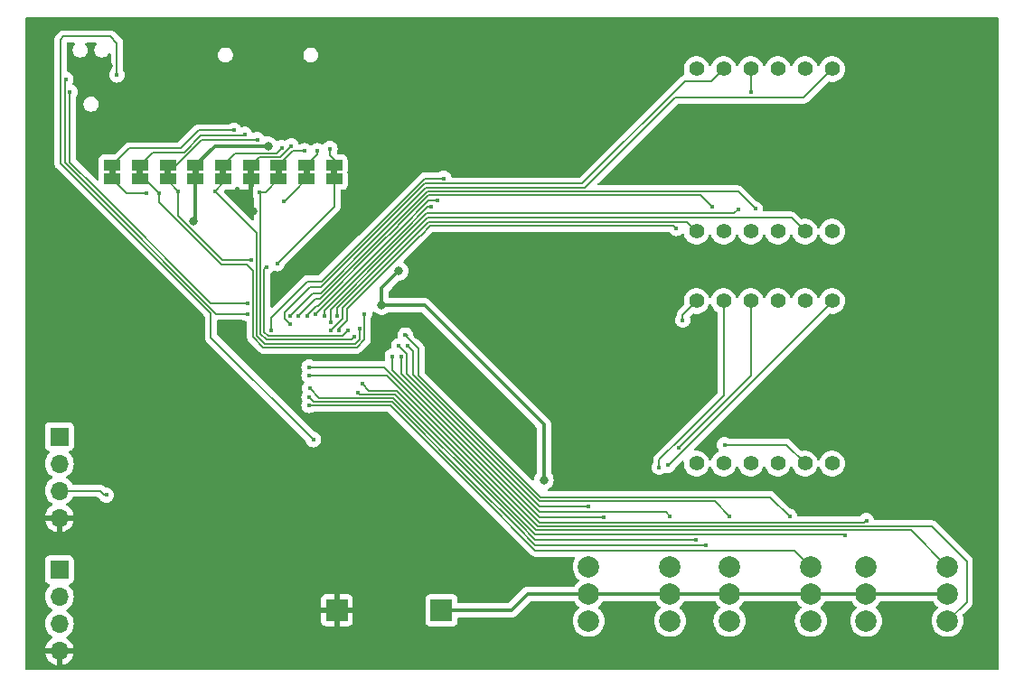
<source format=gbl>
%TF.GenerationSoftware,KiCad,Pcbnew,8.0.4*%
%TF.CreationDate,2024-08-22T20:54:46+02:00*%
%TF.ProjectId,Controller,436f6e74-726f-46c6-9c65-722e6b696361,v0*%
%TF.SameCoordinates,Original*%
%TF.FileFunction,Copper,L2,Bot*%
%TF.FilePolarity,Positive*%
%FSLAX46Y46*%
G04 Gerber Fmt 4.6, Leading zero omitted, Abs format (unit mm)*
G04 Created by KiCad (PCBNEW 8.0.4) date 2024-08-22 20:54:46*
%MOMM*%
%LPD*%
G01*
G04 APERTURE LIST*
%TA.AperFunction,EtchedComponent*%
%ADD10C,0.000000*%
%TD*%
%TA.AperFunction,ComponentPad*%
%ADD11C,2.000000*%
%TD*%
%TA.AperFunction,ComponentPad*%
%ADD12R,2.000000X2.000000*%
%TD*%
%TA.AperFunction,ComponentPad*%
%ADD13C,1.400000*%
%TD*%
%TA.AperFunction,SMDPad,CuDef*%
%ADD14R,1.500000X1.000000*%
%TD*%
%TA.AperFunction,ComponentPad*%
%ADD15R,1.700000X1.700000*%
%TD*%
%TA.AperFunction,ComponentPad*%
%ADD16O,1.700000X1.700000*%
%TD*%
%TA.AperFunction,ViaPad*%
%ADD17C,0.800000*%
%TD*%
%TA.AperFunction,ViaPad*%
%ADD18C,0.450000*%
%TD*%
%TA.AperFunction,Conductor*%
%ADD19C,0.350000*%
%TD*%
%TA.AperFunction,Conductor*%
%ADD20C,0.150000*%
%TD*%
G04 APERTURE END LIST*
D10*
%TA.AperFunction,EtchedComponent*%
%TO.C,JP7*%
G36*
X177250000Y-65175000D02*
G01*
X176650000Y-65175000D01*
X176650000Y-64675000D01*
X177250000Y-64675000D01*
X177250000Y-65175000D01*
G37*
%TD.AperFunction*%
%TA.AperFunction,EtchedComponent*%
%TO.C,JP9*%
G36*
X182450000Y-65175000D02*
G01*
X181850000Y-65175000D01*
X181850000Y-64675000D01*
X182450000Y-64675000D01*
X182450000Y-65175000D01*
G37*
%TD.AperFunction*%
%TA.AperFunction,EtchedComponent*%
%TO.C,JP6*%
G36*
X174650000Y-65175000D02*
G01*
X174050000Y-65175000D01*
X174050000Y-64675000D01*
X174650000Y-64675000D01*
X174650000Y-65175000D01*
G37*
%TD.AperFunction*%
%TA.AperFunction,EtchedComponent*%
%TO.C,JP3*%
G36*
X166850000Y-65175000D02*
G01*
X166250000Y-65175000D01*
X166250000Y-64675000D01*
X166850000Y-64675000D01*
X166850000Y-65175000D01*
G37*
%TD.AperFunction*%
%TA.AperFunction,EtchedComponent*%
%TO.C,JP11*%
G36*
X187650000Y-65175000D02*
G01*
X187050000Y-65175000D01*
X187050000Y-64675000D01*
X187650000Y-64675000D01*
X187650000Y-65175000D01*
G37*
%TD.AperFunction*%
%TA.AperFunction,EtchedComponent*%
%TO.C,JP10*%
G36*
X185050000Y-65175000D02*
G01*
X184450000Y-65175000D01*
X184450000Y-64675000D01*
X185050000Y-64675000D01*
X185050000Y-65175000D01*
G37*
%TD.AperFunction*%
%TA.AperFunction,EtchedComponent*%
%TO.C,JP5*%
G36*
X172050000Y-65175000D02*
G01*
X171450000Y-65175000D01*
X171450000Y-64675000D01*
X172050000Y-64675000D01*
X172050000Y-65175000D01*
G37*
%TD.AperFunction*%
%TA.AperFunction,EtchedComponent*%
%TO.C,JP8*%
G36*
X179850000Y-65175000D02*
G01*
X179250000Y-65175000D01*
X179250000Y-64675000D01*
X179850000Y-64675000D01*
X179850000Y-65175000D01*
G37*
%TD.AperFunction*%
%TA.AperFunction,EtchedComponent*%
%TO.C,JP4*%
G36*
X169450000Y-65175000D02*
G01*
X168850000Y-65175000D01*
X168850000Y-64675000D01*
X169450000Y-64675000D01*
X169450000Y-65175000D01*
G37*
%TD.AperFunction*%
%TD*%
D11*
%TO.P,U7,1,4*%
%TO.N,/DIG3_4*%
X237190000Y-101920000D03*
%TO.P,U7,2,C*%
%TO.N,+3V3*%
X237190000Y-104460000D03*
%TO.P,U7,3,1*%
%TO.N,/DIG3_1*%
X237190000Y-107000000D03*
%TO.P,U7,4,8*%
%TO.N,/DIG3_8*%
X244810000Y-107000000D03*
%TO.P,U7,5,C*%
%TO.N,+3V3*%
X244810000Y-104460000D03*
%TO.P,U7,6,2*%
%TO.N,/DIG3_2*%
X244810000Y-101920000D03*
%TD*%
D12*
%TO.P,TP2,1,1*%
%TO.N,+3V3*%
X197400000Y-106000000D03*
%TD*%
D11*
%TO.P,U6,1,4*%
%TO.N,/DIG2_4*%
X224380000Y-101920000D03*
%TO.P,U6,2,C*%
%TO.N,+3V3*%
X224380000Y-104460000D03*
%TO.P,U6,3,1*%
%TO.N,/DIG2_1*%
X224380000Y-107000000D03*
%TO.P,U6,4,8*%
%TO.N,/DIG2_8*%
X232000000Y-107000000D03*
%TO.P,U6,5,C*%
%TO.N,+3V3*%
X232000000Y-104460000D03*
%TO.P,U6,6,2*%
%TO.N,/DIG2_2*%
X232000000Y-101920000D03*
%TD*%
D12*
%TO.P,TP3,1,1*%
%TO.N,GND*%
X187600000Y-106000000D03*
%TD*%
D13*
%TO.P,U4,1,E*%
%TO.N,/Depth_E*%
X221300000Y-92240000D03*
%TO.P,U4,2,D*%
%TO.N,/Depth_D*%
X223840000Y-92240000D03*
%TO.P,U4,3,DP*%
%TO.N,/Depth_DP*%
X226380000Y-92240000D03*
%TO.P,U4,4,C*%
%TO.N,/Depth_C*%
X228920000Y-92240000D03*
%TO.P,U4,5,G*%
%TO.N,/Depth_G*%
X231460000Y-92240000D03*
%TO.P,U4,6,NC*%
%TO.N,unconnected-(U4-NC-Pad6)*%
X234000000Y-92240000D03*
%TO.P,U4,7,B*%
%TO.N,/Depth_B*%
X234000000Y-77000000D03*
%TO.P,U4,8,DIG3*%
%TO.N,Net-(U4-DIG3)*%
X231460000Y-77000000D03*
%TO.P,U4,9,DIG2*%
%TO.N,Net-(U4-DIG2)*%
X228920000Y-77000000D03*
%TO.P,U4,10,F*%
%TO.N,/Depth_F*%
X226380000Y-77000000D03*
%TO.P,U4,11,A*%
%TO.N,/Depth_A*%
X223840000Y-77000000D03*
%TO.P,U4,12,DIG1*%
%TO.N,Net-(U4-DIG1)*%
X221300000Y-77000000D03*
%TD*%
%TO.P,U3,1,E*%
%TO.N,/Salinity_E*%
X221300000Y-70490000D03*
%TO.P,U3,2,D*%
%TO.N,/Salinity_D*%
X223840000Y-70490000D03*
%TO.P,U3,3,DP*%
%TO.N,/Salinity_DP*%
X226380000Y-70490000D03*
%TO.P,U3,4,C*%
%TO.N,/Salinity_C*%
X228920000Y-70490000D03*
%TO.P,U3,5,G*%
%TO.N,/Salinity_G*%
X231460000Y-70490000D03*
%TO.P,U3,6,NC*%
%TO.N,unconnected-(U3-NC-Pad6)*%
X234000000Y-70490000D03*
%TO.P,U3,7,B*%
%TO.N,/Salinity_B*%
X234000000Y-55250000D03*
%TO.P,U3,8,DIG3*%
%TO.N,Net-(U3-DIG3)*%
X231460000Y-55250000D03*
%TO.P,U3,9,DIG2*%
%TO.N,Net-(U3-DIG2)*%
X228920000Y-55250000D03*
%TO.P,U3,10,F*%
%TO.N,/Salinity_F*%
X226380000Y-55250000D03*
%TO.P,U3,11,A*%
%TO.N,/Salinity_A*%
X223840000Y-55250000D03*
%TO.P,U3,12,DIG1*%
%TO.N,Net-(U3-DIG1)*%
X221300000Y-55250000D03*
%TD*%
D11*
%TO.P,U5,1,4*%
%TO.N,/DIG1_4*%
X211190000Y-101920000D03*
%TO.P,U5,2,C*%
%TO.N,+3V3*%
X211190000Y-104460000D03*
%TO.P,U5,3,1*%
%TO.N,/DIG1_1*%
X211190000Y-107000000D03*
%TO.P,U5,4,8*%
%TO.N,/DIG1_8*%
X218810000Y-107000000D03*
%TO.P,U5,5,C*%
%TO.N,+3V3*%
X218810000Y-104460000D03*
%TO.P,U5,6,2*%
%TO.N,/DIG1_2*%
X218810000Y-101920000D03*
%TD*%
D14*
%TO.P,JP7,1,A*%
%TO.N,/SPI_SCK*%
X176950000Y-65575000D03*
%TO.P,JP7,2,B*%
%TO.N,Net-(J2-CLK)*%
X176950000Y-64275000D03*
%TD*%
%TO.P,JP9,1,A*%
%TO.N,/SPI_MISO*%
X182150000Y-65575000D03*
%TO.P,JP9,2,B*%
%TO.N,Net-(J2-DAT0)*%
X182150000Y-64275000D03*
%TD*%
%TO.P,JP6,1,A*%
%TO.N,+3V3*%
X174350000Y-65575000D03*
%TO.P,JP6,2,B*%
%TO.N,Net-(J2-VDD)*%
X174350000Y-64275000D03*
%TD*%
%TO.P,JP3,1,A*%
%TO.N,Net-(JP3-A)*%
X166550000Y-65575000D03*
%TO.P,JP3,2,B*%
%TO.N,Net-(J2-DAT2)*%
X166550000Y-64275000D03*
%TD*%
%TO.P,JP11,1,A*%
%TO.N,/CD*%
X187350000Y-65575000D03*
%TO.P,JP11,2,B*%
%TO.N,Net-(J2-DET)*%
X187350000Y-64275000D03*
%TD*%
D15*
%TO.P,J4,1,Pin_1*%
%TO.N,+3V3*%
X161600000Y-89720000D03*
D16*
%TO.P,J4,2,Pin_2*%
%TO.N,/RS485_uart*%
X161600000Y-92260000D03*
%TO.P,J4,3,Pin_3*%
%TO.N,/RS485_DE*%
X161600000Y-94800000D03*
%TO.P,J4,4,Pin_4*%
%TO.N,GND*%
X161600000Y-97340000D03*
%TD*%
D14*
%TO.P,JP10,1,A*%
%TO.N,Net-(JP10-A)*%
X184750000Y-65575000D03*
%TO.P,JP10,2,B*%
%TO.N,Net-(J2-DAT1)*%
X184750000Y-64275000D03*
%TD*%
%TO.P,JP5,1,A*%
%TO.N,/SPI_MOSI*%
X171750000Y-65575000D03*
%TO.P,JP5,2,B*%
%TO.N,Net-(J2-CMD)*%
X171750000Y-64275000D03*
%TD*%
%TO.P,JP8,1,A*%
%TO.N,GND*%
X179550000Y-65575000D03*
%TO.P,JP8,2,B*%
%TO.N,Net-(J2-VSS)*%
X179550000Y-64275000D03*
%TD*%
%TO.P,JP4,1,A*%
%TO.N,/SPI_NSS*%
X169150000Y-65575000D03*
%TO.P,JP4,2,B*%
%TO.N,Net-(J2-DAT3{slash}CD)*%
X169150000Y-64275000D03*
%TD*%
D15*
%TO.P,J3,1,Pin_1*%
%TO.N,+3V3*%
X161600000Y-102200000D03*
D16*
%TO.P,J3,2,Pin_2*%
%TO.N,/RS485_A*%
X161600000Y-104740000D03*
%TO.P,J3,3,Pin_3*%
%TO.N,/RS485_B*%
X161600000Y-107280000D03*
%TO.P,J3,4,Pin_4*%
%TO.N,GND*%
X161600000Y-109820000D03*
%TD*%
D17*
%TO.N,GND*%
X202200000Y-74800000D03*
X203800000Y-88200000D03*
X206000000Y-108000000D03*
X241200000Y-81600000D03*
X180800000Y-57800000D03*
X185400000Y-97400000D03*
X163600000Y-99600000D03*
X185400000Y-72800000D03*
X195400000Y-94800000D03*
X164400000Y-72600000D03*
X166200000Y-55000000D03*
X175000000Y-108800000D03*
X214400000Y-85400000D03*
X173800000Y-92600000D03*
X195125000Y-80200000D03*
X191800000Y-60400000D03*
X228000000Y-108400000D03*
X179750000Y-68600000D03*
X168600000Y-58200000D03*
X164000000Y-107600000D03*
X175400000Y-100000000D03*
X214800000Y-64000000D03*
X240600000Y-62800000D03*
X212000000Y-60000000D03*
%TO.N,+3V3*%
X193400000Y-74200000D03*
X207000000Y-93800000D03*
X174150000Y-69500000D03*
X191800000Y-77400000D03*
D18*
%TO.N,/SPI_MISO*%
X180350000Y-66800000D03*
X189200000Y-80400000D03*
%TO.N,/SPI_NSS*%
X170950000Y-66900000D03*
X190200000Y-78200000D03*
%TO.N,Net-(J2-DAT1)*%
X185750000Y-62925000D03*
%TO.N,Net-(J2-DAT2)*%
X177950000Y-61000000D03*
%TO.N,/CD*%
X182000000Y-73507107D03*
%TO.N,/SPI_MOSI*%
X172750000Y-66700000D03*
X181000000Y-73800000D03*
X188600000Y-79800000D03*
X179600000Y-73200000D03*
%TO.N,/SPI_SCK*%
X176150000Y-66700000D03*
X189700000Y-79600000D03*
%TO.N,/RS485_DE*%
X166000000Y-95200000D03*
%TO.N,/SWCLK*%
X179200000Y-78200000D03*
X162200000Y-56200000D03*
%TO.N,/NRST*%
X167000000Y-55800000D03*
X185400000Y-90000000D03*
%TO.N,/SWDIO*%
X179200000Y-77200000D03*
X162600000Y-57400000D03*
%TO.N,/DIG2_1*%
X185000000Y-86000000D03*
X222200000Y-99900000D03*
%TO.N,/DIG1_8*%
X221200000Y-99400000D03*
X185050000Y-85200000D03*
%TO.N,/DIG1_2*%
X193600000Y-82200000D03*
X218800000Y-97200000D03*
%TO.N,/DIG1_4*%
X211200000Y-96300000D03*
X193400000Y-81200000D03*
%TO.N,/Depth_G*%
X223916446Y-90483554D03*
%TO.N,/Salinity_B*%
X183200000Y-78400000D03*
%TO.N,/Depth_A*%
X217800000Y-92600000D03*
%TO.N,/DIG3_1*%
X189600000Y-85600000D03*
X235200000Y-99000000D03*
%TO.N,/DIG2_8*%
X230000000Y-97200000D03*
X194000000Y-80200000D03*
%TO.N,/DIG2_4*%
X194200000Y-81200000D03*
X224400000Y-97200000D03*
%TO.N,/Salinity_C*%
X226800000Y-68370000D03*
X184000000Y-78400000D03*
%TO.N,/Salinity_DIG1*%
X186400000Y-78400000D03*
X196400000Y-68200000D03*
%TO.N,/Salinity_G*%
X187600000Y-78400000D03*
%TO.N,/Salinity_DIG2*%
X197000000Y-67600000D03*
X185600000Y-78200000D03*
%TO.N,/DIG2_2*%
X185000000Y-86800000D03*
%TO.N,/DIG3_4*%
X237200000Y-97600000D03*
X185000000Y-83200000D03*
%TO.N,/Salinity_DIG3*%
X197600000Y-65500000D03*
X181400000Y-79800000D03*
%TO.N,/DIG1_1*%
X212600000Y-97300000D03*
X192800000Y-82200000D03*
%TO.N,/Salinity_E*%
X187000000Y-79800000D03*
%TO.N,/Depth_F*%
X219600000Y-90800000D03*
%TO.N,/Salinity_F*%
X187800000Y-79800000D03*
X226400000Y-57400000D03*
X219400000Y-70200000D03*
%TO.N,/DIG3_8*%
X185000000Y-84000000D03*
%TO.N,/Salinity_DP*%
X187000000Y-79000000D03*
X225200000Y-68400000D03*
%TO.N,/DIG3_2*%
X190000000Y-84800000D03*
%TO.N,/Salinity_A*%
X183200000Y-79200000D03*
%TO.N,/Salinity_D*%
X184800000Y-78400000D03*
X222800000Y-68200000D03*
%TO.N,/Depth_B*%
X218598959Y-92401041D03*
%TO.N,Net-(J2-DAT0)*%
X184550000Y-62925000D03*
%TO.N,Net-(J2-DAT3{slash}CD)*%
X178950000Y-61375000D03*
%TO.N,Net-(J2-VSS)*%
X183324438Y-62456835D03*
%TO.N,Net-(J2-DET)*%
X186950000Y-62725000D03*
D17*
%TO.N,Net-(J2-VDD)*%
X181150000Y-62475000D03*
D18*
%TO.N,Net-(J2-CMD)*%
X180150000Y-61875000D03*
%TO.N,Net-(J2-CLK)*%
X182449583Y-62624583D03*
%TO.N,Net-(JP10-A)*%
X182662500Y-67662500D03*
%TO.N,Net-(JP3-A)*%
X169750000Y-66900000D03*
%TO.N,Net-(U4-DIG1)*%
X220000000Y-78800000D03*
%TD*%
D19*
%TO.N,GND*%
X179550000Y-65575000D02*
X179550000Y-68400000D01*
X179550000Y-68400000D02*
X179750000Y-68600000D01*
%TO.N,+3V3*%
X197600000Y-79200000D02*
X207000000Y-88600000D01*
X203942500Y-106000000D02*
X197400000Y-106000000D01*
X205482500Y-104460000D02*
X203942500Y-106000000D01*
X174350000Y-69300000D02*
X174150000Y-69500000D01*
X174350000Y-65575000D02*
X174350000Y-69300000D01*
X211190000Y-104460000D02*
X244810000Y-104460000D01*
X205482500Y-104460000D02*
X211190000Y-104460000D01*
X195800000Y-77400000D02*
X197600000Y-79200000D01*
X191800000Y-77400000D02*
X195800000Y-77400000D01*
X193400000Y-74200000D02*
X191800000Y-75800000D01*
X191800000Y-75800000D02*
X191800000Y-77400000D01*
X207000000Y-88600000D02*
X207000000Y-93800000D01*
D20*
%TO.N,/SPI_MISO*%
X188950000Y-80650000D02*
X181000000Y-80650000D01*
X182150000Y-65575000D02*
X180925000Y-66800000D01*
X189200000Y-80400000D02*
X188950000Y-80650000D01*
X180450000Y-80100000D02*
X180450000Y-66900000D01*
X180925000Y-66800000D02*
X180350000Y-66800000D01*
X180450000Y-66900000D02*
X180350000Y-66800000D01*
X181000000Y-80650000D02*
X180450000Y-80100000D01*
%TO.N,/SPI_NSS*%
X179150000Y-73550000D02*
X176750431Y-73550000D01*
X179750000Y-74150000D02*
X179150000Y-73550000D01*
X190200000Y-80602082D02*
X189452082Y-81350000D01*
X170950000Y-67749569D02*
X170950000Y-66900000D01*
X169150000Y-65575000D02*
X169625000Y-65575000D01*
X176750431Y-73550000D02*
X170950000Y-67749569D01*
X179750000Y-80389950D02*
X179750000Y-74150000D01*
X189452082Y-81350000D02*
X180710050Y-81350000D01*
X190200000Y-78200000D02*
X190200000Y-80602082D01*
X169625000Y-65575000D02*
X170950000Y-66900000D01*
X180710050Y-81350000D02*
X179750000Y-80389950D01*
%TO.N,Net-(J2-DAT1)*%
X185750000Y-63275000D02*
X184750000Y-64275000D01*
X185750000Y-62925000D02*
X185750000Y-63275000D01*
%TO.N,Net-(J2-DAT2)*%
X177950000Y-61000000D02*
X174652513Y-61000000D01*
X174652513Y-61000000D02*
X172950000Y-62702513D01*
X172950000Y-62702513D02*
X168122487Y-62702513D01*
X168122487Y-62702513D02*
X166550000Y-64275000D01*
%TO.N,/CD*%
X182000000Y-73507107D02*
X187350000Y-68157107D01*
X187350000Y-68157107D02*
X187350000Y-65575000D01*
X187400000Y-65625000D02*
X187350000Y-65575000D01*
%TO.N,/SPI_MOSI*%
X181200000Y-80300000D02*
X181192893Y-80300000D01*
X180800000Y-74400000D02*
X180800000Y-74000000D01*
X180800000Y-74000000D02*
X181000000Y-73800000D01*
X172750000Y-69054595D02*
X172750000Y-66700000D01*
X176895405Y-73200000D02*
X172750000Y-69054595D01*
X171750000Y-65575000D02*
X171750000Y-65700000D01*
X180800000Y-79907107D02*
X180800000Y-74400000D01*
X171750000Y-65700000D02*
X172750000Y-66700000D01*
X181192893Y-80300000D02*
X180800000Y-79907107D01*
X179600000Y-73200000D02*
X176895405Y-73200000D01*
X188600000Y-79800000D02*
X188100000Y-80300000D01*
X188100000Y-80300000D02*
X181200000Y-80300000D01*
%TO.N,/SPI_SCK*%
X180100000Y-80244975D02*
X180100000Y-70650000D01*
X180855025Y-81000000D02*
X180100000Y-80244975D01*
X189700000Y-79600000D02*
X189700000Y-80607107D01*
X189307107Y-81000000D02*
X180855025Y-81000000D01*
X180100000Y-70650000D02*
X176150000Y-66700000D01*
X189700000Y-80607107D02*
X189307107Y-81000000D01*
X176950000Y-65900000D02*
X176150000Y-66700000D01*
X176950000Y-65575000D02*
X176950000Y-65900000D01*
%TO.N,/RS485_DE*%
X165800000Y-95200000D02*
X165400000Y-94800000D01*
X166000000Y-95200000D02*
X165800000Y-95200000D01*
X165400000Y-94800000D02*
X161600000Y-94800000D01*
%TO.N,/SWCLK*%
X162100000Y-56300000D02*
X162200000Y-56200000D01*
X162100000Y-63994975D02*
X162100000Y-56300000D01*
X179200000Y-78200000D02*
X176305025Y-78200000D01*
X176305025Y-78200000D02*
X164600000Y-66494975D01*
X164600000Y-66494975D02*
X162100000Y-63994975D01*
%TO.N,/NRST*%
X161700000Y-52500000D02*
X162000000Y-52200000D01*
X175805025Y-80405025D02*
X175805025Y-78194974D01*
X175805025Y-78194974D02*
X169605025Y-71994975D01*
X161700000Y-64089950D02*
X161700000Y-52500000D01*
X167000000Y-52800000D02*
X167000000Y-55800000D01*
X169605025Y-71994975D02*
X164250000Y-66639950D01*
X164250000Y-66639950D02*
X161700000Y-64089950D01*
X185400000Y-90000000D02*
X175805025Y-80405025D01*
X162000000Y-52200000D02*
X166400000Y-52200000D01*
X166400000Y-52200000D02*
X167000000Y-52800000D01*
%TO.N,/SWDIO*%
X162600000Y-64000000D02*
X162600000Y-57400000D01*
X175800000Y-77200000D02*
X165600000Y-67000000D01*
X165600000Y-67000000D02*
X165000000Y-66400000D01*
X179200000Y-77200000D02*
X175800000Y-77200000D01*
X165000000Y-66400000D02*
X162600000Y-64000000D01*
%TO.N,/DIG2_1*%
X204447487Y-98152513D02*
X206194974Y-99900000D01*
X200447487Y-94152513D02*
X204447487Y-98152513D01*
X185000000Y-86000000D02*
X185450000Y-86450000D01*
X192744975Y-86450000D02*
X192744975Y-86450001D01*
X206194974Y-99900000D02*
X222200000Y-99900000D01*
X185450000Y-86450000D02*
X192744975Y-86450000D01*
X192744975Y-86450001D02*
X200447487Y-94152513D01*
%TO.N,/DIG1_8*%
X185050000Y-85200000D02*
X185950000Y-86100000D01*
X185950000Y-86100000D02*
X190800000Y-86100000D01*
X204700000Y-97900000D02*
X206200000Y-99400000D01*
X190800000Y-86100000D02*
X192900000Y-86100000D01*
X200400000Y-93600000D02*
X204700000Y-97900000D01*
X192900000Y-86100000D02*
X195600000Y-88800000D01*
X195600000Y-88800000D02*
X200400000Y-93600000D01*
X206200000Y-99400000D02*
X221200000Y-99400000D01*
%TO.N,/DIG1_2*%
X212600000Y-96800000D02*
X218400000Y-96800000D01*
X193600000Y-83800000D02*
X205400000Y-95600000D01*
X205400000Y-95600000D02*
X205500000Y-95700000D01*
X218400000Y-96800000D02*
X218800000Y-97200000D01*
X205500000Y-95700000D02*
X206600000Y-96800000D01*
X206600000Y-96800000D02*
X212600000Y-96800000D01*
X193600000Y-82200000D02*
X193600000Y-83800000D01*
%TO.N,/DIG1_4*%
X194147487Y-81947487D02*
X194147487Y-83852513D01*
X205744974Y-95450000D02*
X206594974Y-96300000D01*
X193400000Y-81200000D02*
X194147487Y-81947487D01*
X206594974Y-96300000D02*
X211200000Y-96300000D01*
X194147487Y-83852513D02*
X205744974Y-95450000D01*
%TO.N,/Depth_G*%
X229703554Y-90483554D02*
X231460000Y-92240000D01*
X223916446Y-90483554D02*
X229703554Y-90483554D01*
%TO.N,/Salinity_B*%
X183200000Y-78400000D02*
X185342461Y-76257539D01*
X210800000Y-66400000D02*
X219200000Y-58000000D01*
X219300000Y-57900000D02*
X219200000Y-58000000D01*
X195915077Y-66400000D02*
X210800000Y-66400000D01*
X186057539Y-76257539D02*
X191362565Y-70952513D01*
X234000000Y-55250000D02*
X231350000Y-57900000D01*
X231350000Y-57900000D02*
X219300000Y-57900000D01*
X185342461Y-76257539D02*
X186057539Y-76257539D01*
X191362565Y-70952513D02*
X192705025Y-69610052D01*
X192705025Y-69610052D02*
X195915077Y-66400000D01*
%TO.N,/Depth_A*%
X217800000Y-91892893D02*
X220046447Y-89646447D01*
X223840000Y-85852894D02*
X220046447Y-89646447D01*
X217800000Y-92600000D02*
X217800000Y-91892893D01*
X223840000Y-77000000D02*
X223840000Y-85852894D01*
%TO.N,/DIG3_1*%
X235100000Y-98900000D02*
X235200000Y-99000000D01*
X189750000Y-85750000D02*
X193044975Y-85750000D01*
X206194976Y-98900000D02*
X235100000Y-98900000D01*
X193044975Y-85750000D02*
X197547488Y-90252512D01*
X204747488Y-97452512D02*
X206194976Y-98900000D01*
X197547488Y-90252512D02*
X204747488Y-97452512D01*
X189600000Y-85600000D02*
X189750000Y-85750000D01*
%TO.N,/DIG2_8*%
X194000000Y-80200000D02*
X195242461Y-81442461D01*
X195242461Y-83957539D02*
X206034922Y-94750000D01*
X228200000Y-95400000D02*
X230000000Y-97200000D01*
X194000000Y-80200000D02*
X194200000Y-80200000D01*
X206034922Y-94750000D02*
X206684922Y-95400000D01*
X195242461Y-81442461D02*
X195242461Y-83957539D01*
X222200000Y-95400000D02*
X228200000Y-95400000D01*
X206684922Y-95400000D02*
X222200000Y-95400000D01*
%TO.N,/DIG2_4*%
X206589948Y-95800000D02*
X211200000Y-95800000D01*
X205889948Y-95100000D02*
X206589948Y-95800000D01*
X194200000Y-81200000D02*
X194694974Y-81694974D01*
X223000000Y-95800000D02*
X224400000Y-97200000D01*
X211200000Y-95800000D02*
X223000000Y-95800000D01*
X194694974Y-83905026D02*
X205889948Y-95100000D01*
X194694974Y-81694974D02*
X194694974Y-83905026D01*
%TO.N,/Salinity_C*%
X186005026Y-76805026D02*
X191507539Y-71302513D01*
X196010051Y-66800000D02*
X196060049Y-66750000D01*
X191507539Y-71302513D02*
X193055025Y-69755026D01*
X196060049Y-66750000D02*
X225180000Y-66750000D01*
X193055025Y-69755026D02*
X196010051Y-66800000D01*
X225180000Y-66750000D02*
X226800000Y-68370000D01*
X185594974Y-76805026D02*
X186005026Y-76805026D01*
X184000000Y-78400000D02*
X185594974Y-76805026D01*
%TO.N,/Salinity_DIG1*%
X191147487Y-73147487D02*
X193694974Y-70600000D01*
X196094974Y-68200000D02*
X196400000Y-68200000D01*
X186400000Y-78400000D02*
X186400000Y-78397918D01*
X186400000Y-77894974D02*
X191147487Y-73147487D01*
X193694974Y-70600000D02*
X196094974Y-68200000D01*
X186400000Y-78400000D02*
X186400000Y-77894974D01*
%TO.N,/Salinity_G*%
X187600000Y-78400000D02*
X187600000Y-77684922D01*
X196084922Y-69200000D02*
X230170000Y-69200000D01*
X230170000Y-69200000D02*
X231460000Y-70490000D01*
X187600000Y-77684922D02*
X196084922Y-69200000D01*
%TO.N,/Salinity_DIG2*%
X185600000Y-78200000D02*
X188200000Y-75600000D01*
X188200000Y-75599999D02*
X193549999Y-70250000D01*
X193549999Y-70250000D02*
X196199999Y-67600000D01*
X188200000Y-75600000D02*
X188200000Y-75599999D01*
X196199999Y-67600000D02*
X197000000Y-67600000D01*
%TO.N,/DIG2_2*%
X206200000Y-100400000D02*
X230480000Y-100400000D01*
X185000000Y-86800000D02*
X192600000Y-86800000D01*
X192600000Y-86800000D02*
X200900000Y-95100000D01*
X230480000Y-100400000D02*
X232000000Y-101920000D01*
X200900000Y-95100000D02*
X206200000Y-100400000D01*
%TO.N,/DIG3_4*%
X185000000Y-83200000D02*
X192000000Y-83200000D01*
X227000000Y-97800000D02*
X237000000Y-97800000D01*
X237000000Y-97800000D02*
X237200000Y-97600000D01*
X206600000Y-97800000D02*
X227000000Y-97800000D01*
X205300000Y-96500000D02*
X206600000Y-97800000D01*
X192000000Y-83200000D02*
X194300000Y-85500000D01*
X194300000Y-85500000D02*
X205300000Y-96500000D01*
%TO.N,/Salinity_DIG3*%
X184837435Y-75162565D02*
X186162565Y-75162565D01*
X181400000Y-78600000D02*
X184837435Y-75162565D01*
X195825128Y-65500000D02*
X197600000Y-65500000D01*
X190062565Y-71262565D02*
X190062565Y-71262563D01*
X190062565Y-71262563D02*
X195825128Y-65500000D01*
X186162565Y-75162565D02*
X190062565Y-71262565D01*
X181400000Y-79800000D02*
X181400000Y-78600000D01*
%TO.N,/DIG1_1*%
X192800000Y-82200000D02*
X192800000Y-83505026D01*
X205444974Y-96150000D02*
X206594974Y-97300000D01*
X192800000Y-83505026D02*
X193447487Y-84152513D01*
X206594974Y-97300000D02*
X212600000Y-97300000D01*
X193447487Y-84152513D02*
X205444974Y-96150000D01*
%TO.N,/Salinity_E*%
X188089948Y-77689948D02*
X188189948Y-77589948D01*
X195310000Y-70490000D02*
X196200000Y-69600000D01*
X193089948Y-72689947D02*
X193689947Y-72089947D01*
X188189948Y-77589948D02*
X193089948Y-72689948D01*
X188100000Y-77700000D02*
X188089948Y-77689948D01*
X188100000Y-78700000D02*
X188100000Y-77700000D01*
X196200000Y-69600000D02*
X220410000Y-69600000D01*
X193089948Y-72689948D02*
X193089948Y-72689947D01*
X195289894Y-70490000D02*
X193689947Y-72089947D01*
X195289894Y-70490000D02*
X195310000Y-70490000D01*
X220410000Y-69600000D02*
X221300000Y-70490000D01*
X187000000Y-79800000D02*
X188100000Y-78700000D01*
%TO.N,/Depth_F*%
X226380000Y-84020000D02*
X219600000Y-90800000D01*
X226380000Y-77000000D02*
X226380000Y-84020000D01*
%TO.N,/Salinity_F*%
X187800000Y-79800000D02*
X187800000Y-79600000D01*
X193439948Y-72834920D02*
X195434868Y-70840000D01*
X193439948Y-72834922D02*
X193439948Y-72834920D01*
X188539948Y-78860052D02*
X188539948Y-77734922D01*
X188539948Y-77734922D02*
X193337435Y-72937435D01*
X193337435Y-72937435D02*
X193439948Y-72834922D01*
X187800000Y-79600000D02*
X188539948Y-78860052D01*
X196344975Y-69950000D02*
X197000000Y-69950000D01*
X195454975Y-70840000D02*
X196344975Y-69950000D01*
X219150000Y-69950000D02*
X219400000Y-70200000D01*
X197000000Y-69950000D02*
X219150000Y-69950000D01*
X226380000Y-57380000D02*
X226380000Y-55250000D01*
X195434868Y-70840000D02*
X195454975Y-70840000D01*
X226400000Y-57400000D02*
X226380000Y-57380000D01*
%TO.N,/DIG3_8*%
X192284924Y-84000000D02*
X206434924Y-98150000D01*
X246600000Y-105210000D02*
X244810000Y-107000000D01*
X246600000Y-101400000D02*
X246600000Y-105210000D01*
X206434924Y-98150000D02*
X243350000Y-98150000D01*
X185000000Y-84000000D02*
X192284924Y-84000000D01*
X243350000Y-98150000D02*
X246600000Y-101400000D01*
%TO.N,/Salinity_DP*%
X224800000Y-68800000D02*
X225200000Y-68400000D01*
X187000000Y-77789948D02*
X192894974Y-71894974D01*
X193839948Y-70950000D02*
X195989948Y-68800000D01*
X187000000Y-79000000D02*
X187000000Y-77789948D01*
X192894974Y-71894974D02*
X193839948Y-70950000D01*
X195989948Y-68800000D02*
X222200000Y-68800000D01*
X222200000Y-68800000D02*
X224800000Y-68800000D01*
%TO.N,/DIG3_2*%
X241390000Y-98500000D02*
X244810000Y-101920000D01*
X206289950Y-98500000D02*
X241390000Y-98500000D01*
X190600000Y-85400000D02*
X193189949Y-85400000D01*
X190000000Y-84800000D02*
X190600000Y-85400000D01*
X193189949Y-85400000D02*
X197294975Y-89505025D01*
X197294975Y-89505025D02*
X206289950Y-98500000D01*
%TO.N,/Salinity_A*%
X190515078Y-71305026D02*
X190515078Y-71305024D01*
X220200000Y-56400000D02*
X222690000Y-56400000D01*
X182700000Y-78700000D02*
X182700000Y-78100000D01*
X210600000Y-66000000D02*
X220200000Y-56400000D01*
X185089948Y-75710052D02*
X186110052Y-75710052D01*
X183200000Y-79200000D02*
X182700000Y-78700000D01*
X182700000Y-78100000D02*
X185089948Y-75710052D01*
X195820102Y-66000000D02*
X210600000Y-66000000D01*
X222690000Y-56400000D02*
X223840000Y-55250000D01*
X190515078Y-71305024D02*
X195820102Y-66000000D01*
X186110052Y-75710052D02*
X190515078Y-71305026D01*
%TO.N,/Salinity_D*%
X221700000Y-67100000D02*
X222800000Y-68200000D01*
X196205024Y-67100000D02*
X221700000Y-67100000D01*
X184800000Y-78400000D02*
X184800000Y-78292893D01*
X185852513Y-77452513D02*
X191552513Y-71752513D01*
X185640380Y-77452513D02*
X185852513Y-77452513D01*
X193505026Y-69800000D02*
X193505026Y-69799998D01*
X184800000Y-78292893D02*
X185640380Y-77452513D01*
X193505026Y-69799998D02*
X196205024Y-67100000D01*
X191552513Y-71752512D02*
X193199999Y-70105026D01*
X193199999Y-70105026D02*
X193505026Y-69800000D01*
%TO.N,/Depth_B*%
X218706066Y-92401041D02*
X233800000Y-77307107D01*
X233800000Y-77307107D02*
X233800000Y-77200000D01*
X218598959Y-92401041D02*
X218706066Y-92401041D01*
%TO.N,Net-(J2-DAT0)*%
X183500000Y-62925000D02*
X184550000Y-62925000D01*
X182150000Y-64275000D02*
X183500000Y-62925000D01*
%TO.N,Net-(J2-DAT3{slash}CD)*%
X178950000Y-61375000D02*
X178825000Y-61500000D01*
X173277513Y-63052513D02*
X170372487Y-63052513D01*
X174830026Y-61500000D02*
X173277513Y-63052513D01*
X170372487Y-63052513D02*
X169150000Y-64275000D01*
X178825000Y-61500000D02*
X174830026Y-61500000D01*
%TO.N,Net-(J2-VSS)*%
X183324438Y-62456835D02*
X182281273Y-63500000D01*
X180325000Y-63500000D02*
X179550000Y-64275000D01*
X182281273Y-63500000D02*
X180325000Y-63500000D01*
%TO.N,Net-(J2-DET)*%
X186950000Y-62725000D02*
X186950000Y-63325000D01*
X187350000Y-63725000D02*
X187350000Y-64275000D01*
X186950000Y-63325000D02*
X187350000Y-63725000D01*
D19*
%TO.N,Net-(J2-VDD)*%
X176150000Y-62475000D02*
X174350000Y-64275000D01*
X181150000Y-62475000D02*
X176150000Y-62475000D01*
D20*
%TO.N,Net-(J2-CMD)*%
X180150000Y-61875000D02*
X174950000Y-61875000D01*
X172550000Y-64275000D02*
X171750000Y-64275000D01*
X174950000Y-61875000D02*
X172550000Y-64275000D01*
%TO.N,Net-(J2-CLK)*%
X178075000Y-63150000D02*
X176950000Y-64275000D01*
X181924166Y-63150000D02*
X178075000Y-63150000D01*
X182449583Y-62624583D02*
X181924166Y-63150000D01*
%TO.N,Net-(JP10-A)*%
X184750000Y-65575000D02*
X183537500Y-66787500D01*
X183537500Y-66787500D02*
X182762500Y-67562500D01*
X182762500Y-67562500D02*
X182662500Y-67662500D01*
%TO.N,Net-(JP3-A)*%
X166550000Y-65575000D02*
X167875000Y-66900000D01*
X167875000Y-66900000D02*
X169750000Y-66900000D01*
%TO.N,Net-(U4-DIG1)*%
X220000000Y-78300000D02*
X221300000Y-77000000D01*
X220000000Y-78800000D02*
X220000000Y-78300000D01*
%TD*%
%TA.AperFunction,Conductor*%
%TO.N,GND*%
G36*
X179743039Y-65344685D02*
G01*
X179788794Y-65397489D01*
X179800000Y-65449000D01*
X179800000Y-66275956D01*
X179780994Y-66341928D01*
X179692210Y-66483225D01*
X179638212Y-66637544D01*
X179619909Y-66799996D01*
X179619909Y-66800003D01*
X179638212Y-66962455D01*
X179692210Y-67116774D01*
X179779192Y-67255204D01*
X179838181Y-67314193D01*
X179871666Y-67375516D01*
X179874500Y-67401874D01*
X179874500Y-69311258D01*
X179854815Y-69378297D01*
X179802011Y-69424052D01*
X179732853Y-69433996D01*
X179669297Y-69404971D01*
X179662819Y-69398939D01*
X177051561Y-66787681D01*
X177018076Y-66726358D01*
X177023060Y-66656666D01*
X177051561Y-66612319D01*
X177052062Y-66611818D01*
X177113385Y-66578333D01*
X177139743Y-66575499D01*
X177747871Y-66575499D01*
X177747872Y-66575499D01*
X177807483Y-66569091D01*
X177942331Y-66518796D01*
X178057546Y-66432546D01*
X178125383Y-66341928D01*
X178149112Y-66310231D01*
X178151248Y-66311830D01*
X178190835Y-66272226D01*
X178259104Y-66257358D01*
X178324574Y-66281760D01*
X178349942Y-66311028D01*
X178351331Y-66309989D01*
X178442809Y-66432187D01*
X178442812Y-66432190D01*
X178557906Y-66518350D01*
X178557913Y-66518354D01*
X178692620Y-66568596D01*
X178692627Y-66568598D01*
X178752155Y-66574999D01*
X178752172Y-66575000D01*
X179300000Y-66575000D01*
X179300000Y-65449000D01*
X179319685Y-65381961D01*
X179372489Y-65336206D01*
X179424000Y-65325000D01*
X179676000Y-65325000D01*
X179743039Y-65344685D01*
G37*
%TD.AperFunction*%
%TA.AperFunction,Conductor*%
G36*
X249542539Y-50420185D02*
G01*
X249588294Y-50472989D01*
X249599500Y-50524500D01*
X249599500Y-111475500D01*
X249579815Y-111542539D01*
X249527011Y-111588294D01*
X249475500Y-111599500D01*
X158524500Y-111599500D01*
X158457461Y-111579815D01*
X158411706Y-111527011D01*
X158400500Y-111475500D01*
X158400500Y-104739999D01*
X160244341Y-104739999D01*
X160244341Y-104740000D01*
X160264936Y-104975403D01*
X160264938Y-104975413D01*
X160326094Y-105203655D01*
X160326096Y-105203659D01*
X160326097Y-105203663D01*
X160410556Y-105384785D01*
X160425965Y-105417830D01*
X160425967Y-105417834D01*
X160561501Y-105611395D01*
X160561506Y-105611402D01*
X160728597Y-105778493D01*
X160728603Y-105778498D01*
X160914158Y-105908425D01*
X160957783Y-105963002D01*
X160964977Y-106032500D01*
X160933454Y-106094855D01*
X160914158Y-106111575D01*
X160728597Y-106241505D01*
X160561505Y-106408597D01*
X160425965Y-106602169D01*
X160425964Y-106602171D01*
X160326098Y-106816335D01*
X160326094Y-106816344D01*
X160264938Y-107044586D01*
X160264936Y-107044596D01*
X160244341Y-107279999D01*
X160244341Y-107280000D01*
X160264936Y-107515403D01*
X160264938Y-107515413D01*
X160326094Y-107743655D01*
X160326096Y-107743659D01*
X160326097Y-107743663D01*
X160410556Y-107924785D01*
X160425965Y-107957830D01*
X160425967Y-107957834D01*
X160561501Y-108151395D01*
X160561506Y-108151402D01*
X160728597Y-108318493D01*
X160728603Y-108318498D01*
X160914594Y-108448730D01*
X160958219Y-108503307D01*
X160965413Y-108572805D01*
X160933890Y-108635160D01*
X160914595Y-108651880D01*
X160728922Y-108781890D01*
X160728920Y-108781891D01*
X160561891Y-108948920D01*
X160561886Y-108948926D01*
X160426400Y-109142420D01*
X160426399Y-109142422D01*
X160326570Y-109356507D01*
X160326567Y-109356513D01*
X160269364Y-109569999D01*
X160269364Y-109570000D01*
X161166988Y-109570000D01*
X161134075Y-109627007D01*
X161100000Y-109754174D01*
X161100000Y-109885826D01*
X161134075Y-110012993D01*
X161166988Y-110070000D01*
X160269364Y-110070000D01*
X160326567Y-110283486D01*
X160326570Y-110283492D01*
X160426399Y-110497578D01*
X160561894Y-110691082D01*
X160728917Y-110858105D01*
X160922421Y-110993600D01*
X161136507Y-111093429D01*
X161136516Y-111093433D01*
X161350000Y-111150634D01*
X161350000Y-110253012D01*
X161407007Y-110285925D01*
X161534174Y-110320000D01*
X161665826Y-110320000D01*
X161792993Y-110285925D01*
X161850000Y-110253012D01*
X161850000Y-111150633D01*
X162063483Y-111093433D01*
X162063492Y-111093429D01*
X162277578Y-110993600D01*
X162471082Y-110858105D01*
X162638105Y-110691082D01*
X162773600Y-110497578D01*
X162873429Y-110283492D01*
X162873432Y-110283486D01*
X162930636Y-110070000D01*
X162033012Y-110070000D01*
X162065925Y-110012993D01*
X162100000Y-109885826D01*
X162100000Y-109754174D01*
X162065925Y-109627007D01*
X162033012Y-109570000D01*
X162930636Y-109570000D01*
X162930635Y-109569999D01*
X162873432Y-109356513D01*
X162873429Y-109356507D01*
X162773600Y-109142422D01*
X162773599Y-109142420D01*
X162638113Y-108948926D01*
X162638108Y-108948920D01*
X162471078Y-108781890D01*
X162285405Y-108651879D01*
X162241780Y-108597302D01*
X162234588Y-108527804D01*
X162266110Y-108465449D01*
X162285406Y-108448730D01*
X162471401Y-108318495D01*
X162638495Y-108151401D01*
X162774035Y-107957830D01*
X162873903Y-107743663D01*
X162935063Y-107515408D01*
X162955659Y-107280000D01*
X162952342Y-107242093D01*
X162940556Y-107107379D01*
X162935063Y-107044592D01*
X162873903Y-106816337D01*
X162774035Y-106602171D01*
X162771550Y-106598621D01*
X162638494Y-106408597D01*
X162471402Y-106241506D01*
X162471396Y-106241501D01*
X162285842Y-106111575D01*
X162242217Y-106056998D01*
X162235023Y-105987500D01*
X162266546Y-105925145D01*
X162285842Y-105908425D01*
X162400909Y-105827854D01*
X162471401Y-105778495D01*
X162638495Y-105611401D01*
X162774035Y-105417830D01*
X162873903Y-105203663D01*
X162935063Y-104975408D01*
X162937097Y-104952155D01*
X186100000Y-104952155D01*
X186100000Y-105750000D01*
X187166988Y-105750000D01*
X187134075Y-105807007D01*
X187100000Y-105934174D01*
X187100000Y-106065826D01*
X187134075Y-106192993D01*
X187166988Y-106250000D01*
X186100000Y-106250000D01*
X186100000Y-107047844D01*
X186106401Y-107107372D01*
X186106403Y-107107379D01*
X186156645Y-107242086D01*
X186156649Y-107242093D01*
X186242809Y-107357187D01*
X186242812Y-107357190D01*
X186357906Y-107443350D01*
X186357913Y-107443354D01*
X186492620Y-107493596D01*
X186492627Y-107493598D01*
X186552155Y-107499999D01*
X186552172Y-107500000D01*
X187350000Y-107500000D01*
X187350000Y-106433012D01*
X187407007Y-106465925D01*
X187534174Y-106500000D01*
X187665826Y-106500000D01*
X187792993Y-106465925D01*
X187850000Y-106433012D01*
X187850000Y-107500000D01*
X188647828Y-107500000D01*
X188647844Y-107499999D01*
X188707372Y-107493598D01*
X188707379Y-107493596D01*
X188842086Y-107443354D01*
X188842093Y-107443350D01*
X188957187Y-107357190D01*
X188957190Y-107357187D01*
X189043350Y-107242093D01*
X189043354Y-107242086D01*
X189093596Y-107107379D01*
X189093598Y-107107372D01*
X189099999Y-107047844D01*
X189100000Y-107047827D01*
X189100000Y-106250000D01*
X188033012Y-106250000D01*
X188065925Y-106192993D01*
X188100000Y-106065826D01*
X188100000Y-105934174D01*
X188065925Y-105807007D01*
X188033012Y-105750000D01*
X189100000Y-105750000D01*
X189100000Y-104952172D01*
X189099999Y-104952155D01*
X189093598Y-104892627D01*
X189093596Y-104892620D01*
X189043354Y-104757913D01*
X189043350Y-104757906D01*
X188957190Y-104642812D01*
X188957187Y-104642809D01*
X188842093Y-104556649D01*
X188842086Y-104556645D01*
X188707379Y-104506403D01*
X188707372Y-104506401D01*
X188647844Y-104500000D01*
X187850000Y-104500000D01*
X187850000Y-105566988D01*
X187792993Y-105534075D01*
X187665826Y-105500000D01*
X187534174Y-105500000D01*
X187407007Y-105534075D01*
X187350000Y-105566988D01*
X187350000Y-104500000D01*
X186552155Y-104500000D01*
X186492627Y-104506401D01*
X186492620Y-104506403D01*
X186357913Y-104556645D01*
X186357906Y-104556649D01*
X186242812Y-104642809D01*
X186242809Y-104642812D01*
X186156649Y-104757906D01*
X186156645Y-104757913D01*
X186106403Y-104892620D01*
X186106401Y-104892627D01*
X186100000Y-104952155D01*
X162937097Y-104952155D01*
X162955659Y-104740000D01*
X162935063Y-104504592D01*
X162873903Y-104276337D01*
X162774035Y-104062171D01*
X162685204Y-103935307D01*
X162638496Y-103868600D01*
X162580353Y-103810457D01*
X162516567Y-103746671D01*
X162483084Y-103685351D01*
X162488068Y-103615659D01*
X162529939Y-103559725D01*
X162560915Y-103542810D01*
X162692331Y-103493796D01*
X162807546Y-103407546D01*
X162893796Y-103292331D01*
X162944091Y-103157483D01*
X162950500Y-103097873D01*
X162950499Y-101302128D01*
X162944091Y-101242517D01*
X162919977Y-101177865D01*
X162893797Y-101107671D01*
X162893793Y-101107664D01*
X162807547Y-100992455D01*
X162807544Y-100992452D01*
X162692335Y-100906206D01*
X162692328Y-100906202D01*
X162557482Y-100855908D01*
X162557483Y-100855908D01*
X162497883Y-100849501D01*
X162497881Y-100849500D01*
X162497873Y-100849500D01*
X162497864Y-100849500D01*
X160702129Y-100849500D01*
X160702123Y-100849501D01*
X160642516Y-100855908D01*
X160507671Y-100906202D01*
X160507664Y-100906206D01*
X160392455Y-100992452D01*
X160392452Y-100992455D01*
X160306206Y-101107664D01*
X160306202Y-101107671D01*
X160255908Y-101242517D01*
X160249501Y-101302116D01*
X160249501Y-101302123D01*
X160249500Y-101302135D01*
X160249500Y-103097870D01*
X160249501Y-103097876D01*
X160255908Y-103157483D01*
X160306202Y-103292328D01*
X160306206Y-103292335D01*
X160392452Y-103407544D01*
X160392455Y-103407547D01*
X160507664Y-103493793D01*
X160507671Y-103493797D01*
X160639081Y-103542810D01*
X160695015Y-103584681D01*
X160719432Y-103650145D01*
X160704580Y-103718418D01*
X160683430Y-103746673D01*
X160561503Y-103868600D01*
X160425965Y-104062169D01*
X160425964Y-104062171D01*
X160326098Y-104276335D01*
X160326094Y-104276344D01*
X160264938Y-104504586D01*
X160264936Y-104504596D01*
X160244341Y-104739999D01*
X158400500Y-104739999D01*
X158400500Y-92259999D01*
X160244341Y-92259999D01*
X160244341Y-92260000D01*
X160264936Y-92495403D01*
X160264938Y-92495413D01*
X160326094Y-92723655D01*
X160326096Y-92723659D01*
X160326097Y-92723663D01*
X160344186Y-92762455D01*
X160425965Y-92937830D01*
X160425967Y-92937834D01*
X160561501Y-93131395D01*
X160561506Y-93131402D01*
X160728597Y-93298493D01*
X160728603Y-93298498D01*
X160914158Y-93428425D01*
X160957783Y-93483002D01*
X160964977Y-93552500D01*
X160933454Y-93614855D01*
X160914158Y-93631575D01*
X160728597Y-93761505D01*
X160561505Y-93928597D01*
X160425965Y-94122169D01*
X160425964Y-94122171D01*
X160326098Y-94336335D01*
X160326094Y-94336344D01*
X160264938Y-94564586D01*
X160264936Y-94564596D01*
X160244341Y-94799999D01*
X160244341Y-94800000D01*
X160264936Y-95035403D01*
X160264938Y-95035413D01*
X160326094Y-95263655D01*
X160326096Y-95263659D01*
X160326097Y-95263663D01*
X160411633Y-95447094D01*
X160425965Y-95477830D01*
X160425967Y-95477834D01*
X160478855Y-95553365D01*
X160535587Y-95634387D01*
X160561501Y-95671395D01*
X160561506Y-95671402D01*
X160728597Y-95838493D01*
X160728603Y-95838498D01*
X160914594Y-95968730D01*
X160958219Y-96023307D01*
X160965413Y-96092805D01*
X160933890Y-96155160D01*
X160914595Y-96171880D01*
X160728922Y-96301890D01*
X160728920Y-96301891D01*
X160561891Y-96468920D01*
X160561886Y-96468926D01*
X160426400Y-96662420D01*
X160426399Y-96662422D01*
X160326570Y-96876507D01*
X160326567Y-96876513D01*
X160269364Y-97089999D01*
X160269364Y-97090000D01*
X161166988Y-97090000D01*
X161134075Y-97147007D01*
X161100000Y-97274174D01*
X161100000Y-97405826D01*
X161134075Y-97532993D01*
X161166988Y-97590000D01*
X160269364Y-97590000D01*
X160326567Y-97803486D01*
X160326570Y-97803492D01*
X160426399Y-98017578D01*
X160561894Y-98211082D01*
X160728917Y-98378105D01*
X160922421Y-98513600D01*
X161136507Y-98613429D01*
X161136516Y-98613433D01*
X161350000Y-98670634D01*
X161350000Y-97773012D01*
X161407007Y-97805925D01*
X161534174Y-97840000D01*
X161665826Y-97840000D01*
X161792993Y-97805925D01*
X161850000Y-97773012D01*
X161850000Y-98670633D01*
X162063483Y-98613433D01*
X162063492Y-98613429D01*
X162277578Y-98513600D01*
X162471082Y-98378105D01*
X162638105Y-98211082D01*
X162773600Y-98017578D01*
X162873429Y-97803492D01*
X162873432Y-97803486D01*
X162930636Y-97590000D01*
X162033012Y-97590000D01*
X162065925Y-97532993D01*
X162100000Y-97405826D01*
X162100000Y-97274174D01*
X162065925Y-97147007D01*
X162033012Y-97090000D01*
X162930636Y-97090000D01*
X162930635Y-97089999D01*
X162873432Y-96876513D01*
X162873429Y-96876507D01*
X162773600Y-96662422D01*
X162773599Y-96662420D01*
X162638113Y-96468926D01*
X162638108Y-96468920D01*
X162471078Y-96301890D01*
X162285405Y-96171879D01*
X162241780Y-96117302D01*
X162234588Y-96047804D01*
X162266110Y-95985449D01*
X162285406Y-95968730D01*
X162366729Y-95911787D01*
X162471401Y-95838495D01*
X162638495Y-95671401D01*
X162774035Y-95477830D01*
X162788367Y-95447093D01*
X162834540Y-95394656D01*
X162900749Y-95375500D01*
X165110258Y-95375500D01*
X165177297Y-95395185D01*
X165197939Y-95411819D01*
X165398800Y-95612680D01*
X165416111Y-95634387D01*
X165426497Y-95650915D01*
X165429192Y-95655204D01*
X165544796Y-95770808D01*
X165683225Y-95857789D01*
X165837539Y-95911786D01*
X165837542Y-95911786D01*
X165837544Y-95911787D01*
X165999996Y-95930091D01*
X166000000Y-95930091D01*
X166000004Y-95930091D01*
X166162455Y-95911787D01*
X166162456Y-95911786D01*
X166162461Y-95911786D01*
X166316775Y-95857789D01*
X166455204Y-95770808D01*
X166570808Y-95655204D01*
X166657789Y-95516775D01*
X166711786Y-95362461D01*
X166730091Y-95200000D01*
X166711786Y-95037539D01*
X166657789Y-94883225D01*
X166570808Y-94744796D01*
X166455204Y-94629192D01*
X166383517Y-94584148D01*
X166316774Y-94542210D01*
X166162455Y-94488212D01*
X166000004Y-94469909D01*
X166000001Y-94469909D01*
X166000000Y-94469909D01*
X165954893Y-94474990D01*
X165886072Y-94462935D01*
X165853331Y-94439451D01*
X165753367Y-94339487D01*
X165753365Y-94339485D01*
X165687750Y-94301602D01*
X165622136Y-94263719D01*
X165548950Y-94244109D01*
X165475766Y-94224500D01*
X165475765Y-94224500D01*
X162900748Y-94224500D01*
X162833709Y-94204815D01*
X162788366Y-94152904D01*
X162774036Y-94122174D01*
X162774035Y-94122171D01*
X162774033Y-94122168D01*
X162774032Y-94122166D01*
X162638494Y-93928597D01*
X162471402Y-93761506D01*
X162471396Y-93761501D01*
X162285842Y-93631575D01*
X162242217Y-93576998D01*
X162235023Y-93507500D01*
X162266546Y-93445145D01*
X162285842Y-93428425D01*
X162308026Y-93412891D01*
X162471401Y-93298495D01*
X162638495Y-93131401D01*
X162774035Y-92937830D01*
X162873903Y-92723663D01*
X162935063Y-92495408D01*
X162955659Y-92260000D01*
X162935063Y-92024592D01*
X162873903Y-91796337D01*
X162774035Y-91582171D01*
X162744178Y-91539531D01*
X162638496Y-91388600D01*
X162638495Y-91388599D01*
X162516567Y-91266671D01*
X162483084Y-91205351D01*
X162488068Y-91135659D01*
X162529939Y-91079725D01*
X162560915Y-91062810D01*
X162692331Y-91013796D01*
X162807546Y-90927546D01*
X162893796Y-90812331D01*
X162944091Y-90677483D01*
X162950500Y-90617873D01*
X162950499Y-88822128D01*
X162944091Y-88762517D01*
X162893796Y-88627669D01*
X162893795Y-88627668D01*
X162893793Y-88627664D01*
X162807547Y-88512455D01*
X162807544Y-88512452D01*
X162692335Y-88426206D01*
X162692328Y-88426202D01*
X162557482Y-88375908D01*
X162557483Y-88375908D01*
X162497883Y-88369501D01*
X162497881Y-88369500D01*
X162497873Y-88369500D01*
X162497864Y-88369500D01*
X160702129Y-88369500D01*
X160702123Y-88369501D01*
X160642516Y-88375908D01*
X160507671Y-88426202D01*
X160507664Y-88426206D01*
X160392455Y-88512452D01*
X160392452Y-88512455D01*
X160306206Y-88627664D01*
X160306202Y-88627671D01*
X160255908Y-88762517D01*
X160249501Y-88822116D01*
X160249501Y-88822123D01*
X160249500Y-88822135D01*
X160249500Y-90617870D01*
X160249501Y-90617876D01*
X160255908Y-90677483D01*
X160306202Y-90812328D01*
X160306206Y-90812335D01*
X160392452Y-90927544D01*
X160392455Y-90927547D01*
X160507664Y-91013793D01*
X160507671Y-91013797D01*
X160639081Y-91062810D01*
X160695015Y-91104681D01*
X160719432Y-91170145D01*
X160704580Y-91238418D01*
X160683430Y-91266673D01*
X160561503Y-91388600D01*
X160425965Y-91582169D01*
X160425964Y-91582171D01*
X160326098Y-91796335D01*
X160326094Y-91796344D01*
X160264938Y-92024586D01*
X160264936Y-92024596D01*
X160244341Y-92259999D01*
X158400500Y-92259999D01*
X158400500Y-52424234D01*
X161124500Y-52424234D01*
X161124500Y-64165715D01*
X161163719Y-64312086D01*
X161201602Y-64377700D01*
X161239485Y-64443315D01*
X161239487Y-64443317D01*
X169144510Y-72348340D01*
X175193206Y-78397035D01*
X175226691Y-78458358D01*
X175229525Y-78484716D01*
X175229525Y-80480790D01*
X175268744Y-80627161D01*
X175269917Y-80629192D01*
X175344510Y-80758390D01*
X175344512Y-80758392D01*
X184649867Y-90063747D01*
X184683352Y-90125070D01*
X184685406Y-90137541D01*
X184688214Y-90162460D01*
X184742210Y-90316774D01*
X184742211Y-90316775D01*
X184829192Y-90455204D01*
X184944796Y-90570808D01*
X185083225Y-90657789D01*
X185237539Y-90711786D01*
X185237542Y-90711786D01*
X185237544Y-90711787D01*
X185399996Y-90730091D01*
X185400000Y-90730091D01*
X185400004Y-90730091D01*
X185562455Y-90711787D01*
X185562456Y-90711786D01*
X185562461Y-90711786D01*
X185716775Y-90657789D01*
X185855204Y-90570808D01*
X185970808Y-90455204D01*
X186057789Y-90316775D01*
X186111786Y-90162461D01*
X186115999Y-90125070D01*
X186130091Y-90000003D01*
X186130091Y-89999996D01*
X186111787Y-89837544D01*
X186111786Y-89837542D01*
X186111786Y-89837539D01*
X186057789Y-89683225D01*
X185970808Y-89544796D01*
X185855204Y-89429192D01*
X185716774Y-89342210D01*
X185616457Y-89307108D01*
X185562461Y-89288214D01*
X185537540Y-89285405D01*
X185473128Y-89258337D01*
X185463747Y-89249867D01*
X176416844Y-80202964D01*
X176383359Y-80141641D01*
X176380525Y-80115283D01*
X176380525Y-78899500D01*
X176400210Y-78832461D01*
X176453014Y-78786706D01*
X176504525Y-78775500D01*
X178716539Y-78775500D01*
X178782510Y-78794505D01*
X178852334Y-78838379D01*
X178883227Y-78857790D01*
X179037531Y-78911784D01*
X179037535Y-78911784D01*
X179037539Y-78911786D01*
X179064382Y-78914810D01*
X179128794Y-78941874D01*
X179168351Y-78999467D01*
X179174500Y-79038030D01*
X179174500Y-80465715D01*
X179213719Y-80612086D01*
X179251602Y-80677700D01*
X179289485Y-80743315D01*
X180356685Y-81810515D01*
X180487915Y-81886281D01*
X180634284Y-81925500D01*
X180634286Y-81925500D01*
X189527846Y-81925500D01*
X189527848Y-81925500D01*
X189674217Y-81886281D01*
X189805447Y-81810515D01*
X190660515Y-80955447D01*
X190736281Y-80824217D01*
X190775500Y-80677848D01*
X190775500Y-80526315D01*
X190775500Y-78683460D01*
X190794507Y-78617487D01*
X190857786Y-78516779D01*
X190857789Y-78516775D01*
X190911786Y-78362461D01*
X190911786Y-78362459D01*
X190911787Y-78362457D01*
X190930091Y-78200003D01*
X190930091Y-78199997D01*
X190919233Y-78103634D01*
X190931287Y-78034812D01*
X190978636Y-77983433D01*
X191046246Y-77965808D01*
X191112652Y-77987534D01*
X191134603Y-78006778D01*
X191194129Y-78072888D01*
X191347265Y-78184148D01*
X191347270Y-78184151D01*
X191520192Y-78261142D01*
X191520197Y-78261144D01*
X191705354Y-78300500D01*
X191705355Y-78300500D01*
X191894644Y-78300500D01*
X191894646Y-78300500D01*
X192079803Y-78261144D01*
X192252730Y-78184151D01*
X192363553Y-78103634D01*
X192369681Y-78099182D01*
X192435487Y-78075702D01*
X192442566Y-78075500D01*
X195468837Y-78075500D01*
X195535876Y-78095185D01*
X195556518Y-78111819D01*
X206288181Y-88843482D01*
X206321666Y-88904805D01*
X206324500Y-88931163D01*
X206324500Y-93156842D01*
X206304815Y-93223881D01*
X206292650Y-93239814D01*
X206267470Y-93267778D01*
X206267465Y-93267785D01*
X206172821Y-93431715D01*
X206172818Y-93431722D01*
X206114327Y-93611740D01*
X206114326Y-93611744D01*
X206112242Y-93631575D01*
X206103098Y-93718575D01*
X206076513Y-93783190D01*
X206019216Y-93823174D01*
X205949397Y-93825834D01*
X205892096Y-93793294D01*
X195854280Y-83755478D01*
X195820795Y-83694155D01*
X195817961Y-83667797D01*
X195817961Y-81366693D01*
X195815315Y-81356822D01*
X195815312Y-81356812D01*
X195778742Y-81220326D01*
X195756965Y-81182607D01*
X195702976Y-81089096D01*
X195595826Y-80981946D01*
X195595825Y-80981945D01*
X195591495Y-80977615D01*
X195591484Y-80977605D01*
X194810932Y-80197052D01*
X194777447Y-80135729D01*
X194775674Y-80125558D01*
X194775500Y-80124241D01*
X194775500Y-80124234D01*
X194736281Y-79977865D01*
X194660515Y-79846635D01*
X194601199Y-79787319D01*
X194583886Y-79765610D01*
X194570807Y-79744795D01*
X194455204Y-79629192D01*
X194316774Y-79542210D01*
X194162455Y-79488212D01*
X194000004Y-79469909D01*
X193999996Y-79469909D01*
X193837544Y-79488212D01*
X193683225Y-79542210D01*
X193544795Y-79629192D01*
X193429192Y-79744795D01*
X193342210Y-79883225D01*
X193288212Y-80037544D01*
X193269909Y-80199996D01*
X193269909Y-80200003D01*
X193288851Y-80368120D01*
X193276797Y-80436941D01*
X193229447Y-80488321D01*
X193206586Y-80499044D01*
X193083227Y-80542209D01*
X192944795Y-80629192D01*
X192829192Y-80744795D01*
X192742210Y-80883225D01*
X192688212Y-81037544D01*
X192669909Y-81199996D01*
X192669909Y-81200003D01*
X192688851Y-81368120D01*
X192676797Y-81436941D01*
X192629447Y-81488321D01*
X192606586Y-81499044D01*
X192483227Y-81542209D01*
X192344795Y-81629192D01*
X192229192Y-81744795D01*
X192142210Y-81883225D01*
X192088212Y-82037544D01*
X192069909Y-82199996D01*
X192069909Y-82200003D01*
X192088212Y-82362454D01*
X192122186Y-82459546D01*
X192125747Y-82529324D01*
X192091018Y-82589952D01*
X192029025Y-82622179D01*
X192005144Y-82624500D01*
X185483461Y-82624500D01*
X185417489Y-82605494D01*
X185316774Y-82542210D01*
X185162455Y-82488212D01*
X185000004Y-82469909D01*
X184999996Y-82469909D01*
X184837544Y-82488212D01*
X184683225Y-82542210D01*
X184544795Y-82629192D01*
X184429192Y-82744795D01*
X184342210Y-82883225D01*
X184288212Y-83037544D01*
X184269909Y-83199996D01*
X184269909Y-83200003D01*
X184288212Y-83362455D01*
X184342211Y-83516776D01*
X184353053Y-83534032D01*
X184372051Y-83601269D01*
X184353053Y-83665968D01*
X184342211Y-83683223D01*
X184288212Y-83837544D01*
X184269909Y-83999996D01*
X184269909Y-84000003D01*
X184288212Y-84162455D01*
X184342210Y-84316774D01*
X184429192Y-84455204D01*
X184511306Y-84537318D01*
X184544791Y-84598641D01*
X184539807Y-84668333D01*
X184511309Y-84712678D01*
X184479191Y-84744797D01*
X184392210Y-84883225D01*
X184338212Y-85037544D01*
X184319909Y-85199996D01*
X184319909Y-85200003D01*
X184338212Y-85362455D01*
X184338213Y-85362460D01*
X184338214Y-85362461D01*
X184385722Y-85498230D01*
X184392014Y-85516212D01*
X184395575Y-85585991D01*
X184379966Y-85623137D01*
X184342211Y-85683223D01*
X184288212Y-85837544D01*
X184269909Y-85999996D01*
X184269909Y-86000003D01*
X184288212Y-86162455D01*
X184342211Y-86316776D01*
X184353053Y-86334032D01*
X184372051Y-86401269D01*
X184353053Y-86465968D01*
X184342211Y-86483223D01*
X184288212Y-86637544D01*
X184269909Y-86799996D01*
X184269909Y-86800003D01*
X184288212Y-86962455D01*
X184342210Y-87116774D01*
X184342211Y-87116775D01*
X184429192Y-87255204D01*
X184544796Y-87370808D01*
X184683225Y-87457789D01*
X184837539Y-87511786D01*
X184837542Y-87511786D01*
X184837544Y-87511787D01*
X184999996Y-87530091D01*
X185000000Y-87530091D01*
X185000004Y-87530091D01*
X185162455Y-87511787D01*
X185162456Y-87511786D01*
X185162461Y-87511786D01*
X185316775Y-87457789D01*
X185417489Y-87394505D01*
X185483461Y-87375500D01*
X192310258Y-87375500D01*
X192377297Y-87395185D01*
X192397939Y-87411819D01*
X200439485Y-95453365D01*
X205846635Y-100860515D01*
X205977865Y-100936281D01*
X206124234Y-100975500D01*
X206275767Y-100975500D01*
X209785585Y-100975500D01*
X209852624Y-100995185D01*
X209898379Y-101047989D01*
X209908323Y-101117147D01*
X209889393Y-101167322D01*
X209865827Y-101203391D01*
X209765936Y-101431118D01*
X209704892Y-101672175D01*
X209704890Y-101672187D01*
X209684357Y-101919994D01*
X209684357Y-101920005D01*
X209704890Y-102167812D01*
X209704892Y-102167824D01*
X209765936Y-102408881D01*
X209865826Y-102636606D01*
X210001833Y-102844782D01*
X210001836Y-102844785D01*
X210170256Y-103027738D01*
X210253008Y-103092147D01*
X210293821Y-103148857D01*
X210297496Y-103218630D01*
X210262864Y-103279313D01*
X210253014Y-103287848D01*
X210194400Y-103333469D01*
X210170257Y-103352261D01*
X210001833Y-103535217D01*
X209875674Y-103728321D01*
X209822528Y-103773678D01*
X209771865Y-103784500D01*
X205415964Y-103784500D01*
X205285471Y-103810457D01*
X205285463Y-103810459D01*
X205162534Y-103861378D01*
X205162524Y-103861383D01*
X205051894Y-103935304D01*
X205051890Y-103935307D01*
X203699018Y-105288181D01*
X203637695Y-105321666D01*
X203611337Y-105324500D01*
X199024499Y-105324500D01*
X198957460Y-105304815D01*
X198911705Y-105252011D01*
X198900499Y-105200500D01*
X198900499Y-104952129D01*
X198900498Y-104952123D01*
X198900497Y-104952116D01*
X198894091Y-104892517D01*
X198843884Y-104757906D01*
X198843797Y-104757671D01*
X198843793Y-104757664D01*
X198757547Y-104642455D01*
X198757544Y-104642452D01*
X198642335Y-104556206D01*
X198642328Y-104556202D01*
X198507482Y-104505908D01*
X198507483Y-104505908D01*
X198447883Y-104499501D01*
X198447881Y-104499500D01*
X198447873Y-104499500D01*
X198447864Y-104499500D01*
X196352129Y-104499500D01*
X196352123Y-104499501D01*
X196292516Y-104505908D01*
X196157671Y-104556202D01*
X196157664Y-104556206D01*
X196042455Y-104642452D01*
X196042452Y-104642455D01*
X195956206Y-104757664D01*
X195956202Y-104757671D01*
X195905908Y-104892517D01*
X195899501Y-104952116D01*
X195899501Y-104952123D01*
X195899500Y-104952135D01*
X195899500Y-107047870D01*
X195899501Y-107047876D01*
X195905908Y-107107483D01*
X195956202Y-107242328D01*
X195956206Y-107242335D01*
X196042452Y-107357544D01*
X196042455Y-107357547D01*
X196157664Y-107443793D01*
X196157671Y-107443797D01*
X196292517Y-107494091D01*
X196292516Y-107494091D01*
X196299444Y-107494835D01*
X196352127Y-107500500D01*
X198447872Y-107500499D01*
X198507483Y-107494091D01*
X198642331Y-107443796D01*
X198757546Y-107357546D01*
X198843796Y-107242331D01*
X198894091Y-107107483D01*
X198900500Y-107047873D01*
X198900500Y-106799500D01*
X198920185Y-106732461D01*
X198972989Y-106686706D01*
X199024500Y-106675500D01*
X204009032Y-106675500D01*
X204009033Y-106675499D01*
X204139536Y-106649541D01*
X204262469Y-106598620D01*
X204373106Y-106524695D01*
X205725982Y-105171819D01*
X205787305Y-105138334D01*
X205813663Y-105135500D01*
X209771865Y-105135500D01*
X209838904Y-105155185D01*
X209875674Y-105191679D01*
X210001833Y-105384782D01*
X210001836Y-105384785D01*
X210170256Y-105567738D01*
X210253008Y-105632147D01*
X210293821Y-105688857D01*
X210297496Y-105758630D01*
X210262864Y-105819313D01*
X210253014Y-105827848D01*
X210194400Y-105873469D01*
X210170257Y-105892261D01*
X210001833Y-106075217D01*
X209865826Y-106283393D01*
X209765936Y-106511118D01*
X209704892Y-106752175D01*
X209704890Y-106752187D01*
X209684357Y-106999994D01*
X209684357Y-107000005D01*
X209704890Y-107247812D01*
X209704892Y-107247824D01*
X209765936Y-107488881D01*
X209865826Y-107716606D01*
X210001833Y-107924782D01*
X210001836Y-107924785D01*
X210170256Y-108107738D01*
X210366491Y-108260474D01*
X210585190Y-108378828D01*
X210820386Y-108459571D01*
X211065665Y-108500500D01*
X211314335Y-108500500D01*
X211559614Y-108459571D01*
X211794810Y-108378828D01*
X212013509Y-108260474D01*
X212209744Y-108107738D01*
X212378164Y-107924785D01*
X212514173Y-107716607D01*
X212614063Y-107488881D01*
X212675108Y-107247821D01*
X212686737Y-107107482D01*
X212695643Y-107000005D01*
X212695643Y-106999994D01*
X212675109Y-106752187D01*
X212675107Y-106752175D01*
X212614063Y-106511118D01*
X212514173Y-106283393D01*
X212378166Y-106075217D01*
X212318129Y-106010000D01*
X212209744Y-105892262D01*
X212126991Y-105827852D01*
X212086179Y-105771143D01*
X212082504Y-105701370D01*
X212117136Y-105640687D01*
X212126985Y-105632151D01*
X212209744Y-105567738D01*
X212378164Y-105384785D01*
X212504326Y-105191678D01*
X212557472Y-105146322D01*
X212608135Y-105135500D01*
X217391865Y-105135500D01*
X217458904Y-105155185D01*
X217495674Y-105191679D01*
X217621833Y-105384782D01*
X217621836Y-105384785D01*
X217790256Y-105567738D01*
X217873008Y-105632147D01*
X217913821Y-105688857D01*
X217917496Y-105758630D01*
X217882864Y-105819313D01*
X217873014Y-105827848D01*
X217814400Y-105873469D01*
X217790257Y-105892261D01*
X217621833Y-106075217D01*
X217485826Y-106283393D01*
X217385936Y-106511118D01*
X217324892Y-106752175D01*
X217324890Y-106752187D01*
X217304357Y-106999994D01*
X217304357Y-107000005D01*
X217324890Y-107247812D01*
X217324892Y-107247824D01*
X217385936Y-107488881D01*
X217485826Y-107716606D01*
X217621833Y-107924782D01*
X217621836Y-107924785D01*
X217790256Y-108107738D01*
X217986491Y-108260474D01*
X218205190Y-108378828D01*
X218440386Y-108459571D01*
X218685665Y-108500500D01*
X218934335Y-108500500D01*
X219179614Y-108459571D01*
X219414810Y-108378828D01*
X219633509Y-108260474D01*
X219829744Y-108107738D01*
X219998164Y-107924785D01*
X220134173Y-107716607D01*
X220234063Y-107488881D01*
X220295108Y-107247821D01*
X220306737Y-107107482D01*
X220315643Y-107000005D01*
X220315643Y-106999994D01*
X220295109Y-106752187D01*
X220295107Y-106752175D01*
X220234063Y-106511118D01*
X220134173Y-106283393D01*
X219998166Y-106075217D01*
X219938129Y-106010000D01*
X219829744Y-105892262D01*
X219746991Y-105827852D01*
X219706179Y-105771143D01*
X219702504Y-105701370D01*
X219737136Y-105640687D01*
X219746985Y-105632151D01*
X219829744Y-105567738D01*
X219998164Y-105384785D01*
X220124326Y-105191678D01*
X220177472Y-105146322D01*
X220228135Y-105135500D01*
X222961865Y-105135500D01*
X223028904Y-105155185D01*
X223065674Y-105191679D01*
X223191833Y-105384782D01*
X223191836Y-105384785D01*
X223360256Y-105567738D01*
X223443008Y-105632147D01*
X223483821Y-105688857D01*
X223487496Y-105758630D01*
X223452864Y-105819313D01*
X223443014Y-105827848D01*
X223384400Y-105873469D01*
X223360257Y-105892261D01*
X223191833Y-106075217D01*
X223055826Y-106283393D01*
X222955936Y-106511118D01*
X222894892Y-106752175D01*
X222894890Y-106752187D01*
X222874357Y-106999994D01*
X222874357Y-107000005D01*
X222894890Y-107247812D01*
X222894892Y-107247824D01*
X222955936Y-107488881D01*
X223055826Y-107716606D01*
X223191833Y-107924782D01*
X223191836Y-107924785D01*
X223360256Y-108107738D01*
X223556491Y-108260474D01*
X223775190Y-108378828D01*
X224010386Y-108459571D01*
X224255665Y-108500500D01*
X224504335Y-108500500D01*
X224749614Y-108459571D01*
X224984810Y-108378828D01*
X225203509Y-108260474D01*
X225399744Y-108107738D01*
X225568164Y-107924785D01*
X225704173Y-107716607D01*
X225804063Y-107488881D01*
X225865108Y-107247821D01*
X225876737Y-107107482D01*
X225885643Y-107000005D01*
X225885643Y-106999994D01*
X225865109Y-106752187D01*
X225865107Y-106752175D01*
X225804063Y-106511118D01*
X225704173Y-106283393D01*
X225568166Y-106075217D01*
X225508129Y-106010000D01*
X225399744Y-105892262D01*
X225316991Y-105827852D01*
X225276179Y-105771143D01*
X225272504Y-105701370D01*
X225307136Y-105640687D01*
X225316985Y-105632151D01*
X225399744Y-105567738D01*
X225568164Y-105384785D01*
X225694326Y-105191678D01*
X225747472Y-105146322D01*
X225798135Y-105135500D01*
X230581865Y-105135500D01*
X230648904Y-105155185D01*
X230685674Y-105191679D01*
X230811833Y-105384782D01*
X230811836Y-105384785D01*
X230980256Y-105567738D01*
X231063008Y-105632147D01*
X231103821Y-105688857D01*
X231107496Y-105758630D01*
X231072864Y-105819313D01*
X231063014Y-105827848D01*
X231004400Y-105873469D01*
X230980257Y-105892261D01*
X230811833Y-106075217D01*
X230675826Y-106283393D01*
X230575936Y-106511118D01*
X230514892Y-106752175D01*
X230514890Y-106752187D01*
X230494357Y-106999994D01*
X230494357Y-107000005D01*
X230514890Y-107247812D01*
X230514892Y-107247824D01*
X230575936Y-107488881D01*
X230675826Y-107716606D01*
X230811833Y-107924782D01*
X230811836Y-107924785D01*
X230980256Y-108107738D01*
X231176491Y-108260474D01*
X231395190Y-108378828D01*
X231630386Y-108459571D01*
X231875665Y-108500500D01*
X232124335Y-108500500D01*
X232369614Y-108459571D01*
X232604810Y-108378828D01*
X232823509Y-108260474D01*
X233019744Y-108107738D01*
X233188164Y-107924785D01*
X233324173Y-107716607D01*
X233424063Y-107488881D01*
X233485108Y-107247821D01*
X233496737Y-107107482D01*
X233505643Y-107000005D01*
X233505643Y-106999994D01*
X233485109Y-106752187D01*
X233485107Y-106752175D01*
X233424063Y-106511118D01*
X233324173Y-106283393D01*
X233188166Y-106075217D01*
X233128129Y-106010000D01*
X233019744Y-105892262D01*
X232936991Y-105827852D01*
X232896179Y-105771143D01*
X232892504Y-105701370D01*
X232927136Y-105640687D01*
X232936985Y-105632151D01*
X233019744Y-105567738D01*
X233188164Y-105384785D01*
X233314326Y-105191678D01*
X233367472Y-105146322D01*
X233418135Y-105135500D01*
X235771865Y-105135500D01*
X235838904Y-105155185D01*
X235875674Y-105191679D01*
X236001833Y-105384782D01*
X236001836Y-105384785D01*
X236170256Y-105567738D01*
X236253008Y-105632147D01*
X236293821Y-105688857D01*
X236297496Y-105758630D01*
X236262864Y-105819313D01*
X236253014Y-105827848D01*
X236194400Y-105873469D01*
X236170257Y-105892261D01*
X236001833Y-106075217D01*
X235865826Y-106283393D01*
X235765936Y-106511118D01*
X235704892Y-106752175D01*
X235704890Y-106752187D01*
X235684357Y-106999994D01*
X235684357Y-107000005D01*
X235704890Y-107247812D01*
X235704892Y-107247824D01*
X235765936Y-107488881D01*
X235865826Y-107716606D01*
X236001833Y-107924782D01*
X236001836Y-107924785D01*
X236170256Y-108107738D01*
X236366491Y-108260474D01*
X236585190Y-108378828D01*
X236820386Y-108459571D01*
X237065665Y-108500500D01*
X237314335Y-108500500D01*
X237559614Y-108459571D01*
X237794810Y-108378828D01*
X238013509Y-108260474D01*
X238209744Y-108107738D01*
X238378164Y-107924785D01*
X238514173Y-107716607D01*
X238614063Y-107488881D01*
X238675108Y-107247821D01*
X238686737Y-107107482D01*
X238695643Y-107000005D01*
X238695643Y-106999994D01*
X238675109Y-106752187D01*
X238675107Y-106752175D01*
X238614063Y-106511118D01*
X238514173Y-106283393D01*
X238378166Y-106075217D01*
X238318129Y-106010000D01*
X238209744Y-105892262D01*
X238126991Y-105827852D01*
X238086179Y-105771143D01*
X238082504Y-105701370D01*
X238117136Y-105640687D01*
X238126985Y-105632151D01*
X238209744Y-105567738D01*
X238378164Y-105384785D01*
X238504326Y-105191678D01*
X238557472Y-105146322D01*
X238608135Y-105135500D01*
X243391865Y-105135500D01*
X243458904Y-105155185D01*
X243495674Y-105191679D01*
X243621833Y-105384782D01*
X243621836Y-105384785D01*
X243790256Y-105567738D01*
X243873008Y-105632147D01*
X243913821Y-105688857D01*
X243917496Y-105758630D01*
X243882864Y-105819313D01*
X243873014Y-105827848D01*
X243814400Y-105873469D01*
X243790257Y-105892261D01*
X243621833Y-106075217D01*
X243485826Y-106283393D01*
X243385936Y-106511118D01*
X243324892Y-106752175D01*
X243324890Y-106752187D01*
X243304357Y-106999994D01*
X243304357Y-107000005D01*
X243324890Y-107247812D01*
X243324892Y-107247824D01*
X243385936Y-107488881D01*
X243485826Y-107716606D01*
X243621833Y-107924782D01*
X243621836Y-107924785D01*
X243790256Y-108107738D01*
X243986491Y-108260474D01*
X244205190Y-108378828D01*
X244440386Y-108459571D01*
X244685665Y-108500500D01*
X244934335Y-108500500D01*
X245179614Y-108459571D01*
X245414810Y-108378828D01*
X245633509Y-108260474D01*
X245829744Y-108107738D01*
X245998164Y-107924785D01*
X246134173Y-107716607D01*
X246234063Y-107488881D01*
X246295108Y-107247821D01*
X246306737Y-107107482D01*
X246315643Y-107000005D01*
X246315643Y-106999994D01*
X246295109Y-106752187D01*
X246295107Y-106752175D01*
X246269116Y-106649540D01*
X246234063Y-106511119D01*
X246234062Y-106511116D01*
X246231109Y-106504383D01*
X246222206Y-106435083D01*
X246252184Y-106371971D01*
X246256966Y-106366911D01*
X246943155Y-105680723D01*
X246943160Y-105680719D01*
X246953363Y-105670515D01*
X246953365Y-105670515D01*
X247060515Y-105563365D01*
X247136281Y-105432135D01*
X247155475Y-105360500D01*
X247175500Y-105285767D01*
X247175500Y-105134234D01*
X247175500Y-101324234D01*
X247172588Y-101313368D01*
X247169576Y-101302128D01*
X247153604Y-101242517D01*
X247136281Y-101177865D01*
X247060515Y-101046635D01*
X243703365Y-97689485D01*
X243629791Y-97647007D01*
X243572136Y-97613719D01*
X243483613Y-97590000D01*
X243425766Y-97574500D01*
X243425765Y-97574500D01*
X238038031Y-97574500D01*
X237970992Y-97554815D01*
X237925237Y-97502011D01*
X237914811Y-97464382D01*
X237911787Y-97437545D01*
X237911786Y-97437543D01*
X237911786Y-97437539D01*
X237857789Y-97283225D01*
X237770808Y-97144796D01*
X237655204Y-97029192D01*
X237629147Y-97012819D01*
X237516774Y-96942210D01*
X237362455Y-96888212D01*
X237200004Y-96869909D01*
X237199996Y-96869909D01*
X237037544Y-96888212D01*
X236883225Y-96942210D01*
X236744795Y-97029192D01*
X236629190Y-97144797D01*
X236629188Y-97144800D01*
X236615572Y-97166471D01*
X236563238Y-97212763D01*
X236510578Y-97224500D01*
X230843665Y-97224500D01*
X230776626Y-97204815D01*
X230730871Y-97152011D01*
X230720445Y-97114384D01*
X230711787Y-97037544D01*
X230711786Y-97037542D01*
X230711786Y-97037539D01*
X230657789Y-96883225D01*
X230570808Y-96744796D01*
X230455204Y-96629192D01*
X230316774Y-96542210D01*
X230216457Y-96507108D01*
X230162461Y-96488214D01*
X230137540Y-96485405D01*
X230073128Y-96458337D01*
X230063747Y-96449867D01*
X228553367Y-94939487D01*
X228553365Y-94939485D01*
X228487750Y-94901602D01*
X228422136Y-94863719D01*
X228348950Y-94844109D01*
X228275766Y-94824500D01*
X228275765Y-94824500D01*
X207496271Y-94824500D01*
X207429232Y-94804815D01*
X207383477Y-94752011D01*
X207373533Y-94682853D01*
X207402558Y-94619297D01*
X207445832Y-94587221D01*
X207452730Y-94584151D01*
X207605871Y-94472888D01*
X207732533Y-94332216D01*
X207827179Y-94168284D01*
X207885674Y-93988256D01*
X207905460Y-93800000D01*
X207885674Y-93611744D01*
X207830033Y-93440500D01*
X207827181Y-93431722D01*
X207827180Y-93431721D01*
X207827179Y-93431716D01*
X207732533Y-93267784D01*
X207732529Y-93267778D01*
X207707350Y-93239814D01*
X207677120Y-93176822D01*
X207675500Y-93156842D01*
X207675500Y-92599996D01*
X217069909Y-92599996D01*
X217069909Y-92600003D01*
X217088212Y-92762455D01*
X217142210Y-92916774D01*
X217155443Y-92937834D01*
X217229192Y-93055204D01*
X217344796Y-93170808D01*
X217483225Y-93257789D01*
X217637539Y-93311786D01*
X217637542Y-93311786D01*
X217637544Y-93311787D01*
X217799996Y-93330091D01*
X217800000Y-93330091D01*
X217800004Y-93330091D01*
X217962455Y-93311787D01*
X217962456Y-93311786D01*
X217962461Y-93311786D01*
X218116775Y-93257789D01*
X218255204Y-93170808D01*
X218290055Y-93135957D01*
X218351377Y-93102471D01*
X218418690Y-93106595D01*
X218436498Y-93112827D01*
X218436501Y-93112827D01*
X218436503Y-93112828D01*
X218598955Y-93131132D01*
X218598959Y-93131132D01*
X218598963Y-93131132D01*
X218761414Y-93112828D01*
X218761415Y-93112827D01*
X218761420Y-93112827D01*
X218915734Y-93058830D01*
X219054163Y-92971849D01*
X219169767Y-92856245D01*
X219256748Y-92717816D01*
X219276238Y-92662114D01*
X219305597Y-92615388D01*
X219893735Y-92027250D01*
X219955056Y-91993767D01*
X220024748Y-91998751D01*
X220080681Y-92040623D01*
X220105098Y-92106087D01*
X220104885Y-92126373D01*
X220094357Y-92239997D01*
X220094357Y-92240000D01*
X220114884Y-92461535D01*
X220114885Y-92461537D01*
X220175769Y-92675523D01*
X220175775Y-92675538D01*
X220274938Y-92874683D01*
X220274943Y-92874691D01*
X220409020Y-93052238D01*
X220573437Y-93202123D01*
X220573439Y-93202125D01*
X220762595Y-93319245D01*
X220762596Y-93319245D01*
X220762599Y-93319247D01*
X220970060Y-93399618D01*
X221188757Y-93440500D01*
X221188759Y-93440500D01*
X221411241Y-93440500D01*
X221411243Y-93440500D01*
X221629940Y-93399618D01*
X221837401Y-93319247D01*
X222026562Y-93202124D01*
X222190981Y-93052236D01*
X222325058Y-92874689D01*
X222424229Y-92675528D01*
X222450734Y-92582371D01*
X222488013Y-92523278D01*
X222551323Y-92493721D01*
X222620562Y-92503083D01*
X222673749Y-92548393D01*
X222689266Y-92582372D01*
X222715769Y-92675523D01*
X222715775Y-92675538D01*
X222814938Y-92874683D01*
X222814943Y-92874691D01*
X222949020Y-93052238D01*
X223113437Y-93202123D01*
X223113439Y-93202125D01*
X223302595Y-93319245D01*
X223302596Y-93319245D01*
X223302599Y-93319247D01*
X223510060Y-93399618D01*
X223728757Y-93440500D01*
X223728759Y-93440500D01*
X223951241Y-93440500D01*
X223951243Y-93440500D01*
X224169940Y-93399618D01*
X224377401Y-93319247D01*
X224566562Y-93202124D01*
X224730981Y-93052236D01*
X224865058Y-92874689D01*
X224964229Y-92675528D01*
X224990734Y-92582371D01*
X225028013Y-92523278D01*
X225091323Y-92493721D01*
X225160562Y-92503083D01*
X225213749Y-92548393D01*
X225229266Y-92582372D01*
X225255769Y-92675523D01*
X225255775Y-92675538D01*
X225354938Y-92874683D01*
X225354943Y-92874691D01*
X225489020Y-93052238D01*
X225653437Y-93202123D01*
X225653439Y-93202125D01*
X225842595Y-93319245D01*
X225842596Y-93319245D01*
X225842599Y-93319247D01*
X226050060Y-93399618D01*
X226268757Y-93440500D01*
X226268759Y-93440500D01*
X226491241Y-93440500D01*
X226491243Y-93440500D01*
X226709940Y-93399618D01*
X226917401Y-93319247D01*
X227106562Y-93202124D01*
X227270981Y-93052236D01*
X227405058Y-92874689D01*
X227504229Y-92675528D01*
X227530734Y-92582371D01*
X227568013Y-92523278D01*
X227631323Y-92493721D01*
X227700562Y-92503083D01*
X227753749Y-92548393D01*
X227769266Y-92582372D01*
X227795769Y-92675523D01*
X227795775Y-92675538D01*
X227894938Y-92874683D01*
X227894943Y-92874691D01*
X228029020Y-93052238D01*
X228193437Y-93202123D01*
X228193439Y-93202125D01*
X228382595Y-93319245D01*
X228382596Y-93319245D01*
X228382599Y-93319247D01*
X228590060Y-93399618D01*
X228808757Y-93440500D01*
X228808759Y-93440500D01*
X229031241Y-93440500D01*
X229031243Y-93440500D01*
X229249940Y-93399618D01*
X229457401Y-93319247D01*
X229646562Y-93202124D01*
X229810981Y-93052236D01*
X229945058Y-92874689D01*
X230044229Y-92675528D01*
X230070734Y-92582371D01*
X230108013Y-92523278D01*
X230171323Y-92493721D01*
X230240562Y-92503083D01*
X230293749Y-92548393D01*
X230309266Y-92582372D01*
X230335769Y-92675523D01*
X230335775Y-92675538D01*
X230434938Y-92874683D01*
X230434943Y-92874691D01*
X230569020Y-93052238D01*
X230733437Y-93202123D01*
X230733439Y-93202125D01*
X230922595Y-93319245D01*
X230922596Y-93319245D01*
X230922599Y-93319247D01*
X231130060Y-93399618D01*
X231348757Y-93440500D01*
X231348759Y-93440500D01*
X231571241Y-93440500D01*
X231571243Y-93440500D01*
X231789940Y-93399618D01*
X231997401Y-93319247D01*
X232186562Y-93202124D01*
X232350981Y-93052236D01*
X232485058Y-92874689D01*
X232584229Y-92675528D01*
X232610734Y-92582371D01*
X232648013Y-92523278D01*
X232711323Y-92493721D01*
X232780562Y-92503083D01*
X232833749Y-92548393D01*
X232849266Y-92582372D01*
X232875769Y-92675523D01*
X232875775Y-92675538D01*
X232974938Y-92874683D01*
X232974943Y-92874691D01*
X233109020Y-93052238D01*
X233273437Y-93202123D01*
X233273439Y-93202125D01*
X233462595Y-93319245D01*
X233462596Y-93319245D01*
X233462599Y-93319247D01*
X233670060Y-93399618D01*
X233888757Y-93440500D01*
X233888759Y-93440500D01*
X234111241Y-93440500D01*
X234111243Y-93440500D01*
X234329940Y-93399618D01*
X234537401Y-93319247D01*
X234726562Y-93202124D01*
X234890981Y-93052236D01*
X235025058Y-92874689D01*
X235124229Y-92675528D01*
X235185115Y-92461536D01*
X235205643Y-92240000D01*
X235185115Y-92018464D01*
X235124229Y-91804472D01*
X235120179Y-91796338D01*
X235025061Y-91605316D01*
X235025056Y-91605308D01*
X234890979Y-91427761D01*
X234726562Y-91277876D01*
X234726560Y-91277874D01*
X234537404Y-91160754D01*
X234537398Y-91160752D01*
X234537388Y-91160748D01*
X234329940Y-91080382D01*
X234111243Y-91039500D01*
X233888757Y-91039500D01*
X233670060Y-91080382D01*
X233570900Y-91118797D01*
X233462601Y-91160752D01*
X233462595Y-91160754D01*
X233273439Y-91277874D01*
X233273437Y-91277876D01*
X233109020Y-91427761D01*
X232974943Y-91605308D01*
X232974938Y-91605316D01*
X232875775Y-91804461D01*
X232875769Y-91804476D01*
X232849266Y-91897627D01*
X232811987Y-91956721D01*
X232748677Y-91986278D01*
X232679438Y-91976916D01*
X232626251Y-91931606D01*
X232610734Y-91897627D01*
X232584230Y-91804476D01*
X232584229Y-91804472D01*
X232580179Y-91796338D01*
X232485061Y-91605316D01*
X232485056Y-91605308D01*
X232350979Y-91427761D01*
X232186562Y-91277876D01*
X232186560Y-91277874D01*
X231997404Y-91160754D01*
X231997398Y-91160752D01*
X231997388Y-91160748D01*
X231789940Y-91080382D01*
X231571243Y-91039500D01*
X231348757Y-91039500D01*
X231180998Y-91070860D01*
X231111483Y-91063829D01*
X231070532Y-91036652D01*
X230056921Y-90023041D01*
X230056919Y-90023039D01*
X229991304Y-89985156D01*
X229925690Y-89947273D01*
X229852504Y-89927663D01*
X229779320Y-89908054D01*
X229779319Y-89908054D01*
X224399907Y-89908054D01*
X224333935Y-89889048D01*
X224233220Y-89825764D01*
X224078901Y-89771766D01*
X223916450Y-89753463D01*
X223916442Y-89753463D01*
X223753990Y-89771766D01*
X223599671Y-89825764D01*
X223461241Y-89912746D01*
X223345638Y-90028349D01*
X223258656Y-90166779D01*
X223204658Y-90321098D01*
X223186355Y-90483550D01*
X223186355Y-90483557D01*
X223204658Y-90646009D01*
X223258656Y-90800328D01*
X223345638Y-90938758D01*
X223359064Y-90952184D01*
X223392549Y-91013507D01*
X223387565Y-91083199D01*
X223345693Y-91139132D01*
X223316181Y-91155490D01*
X223302607Y-91160748D01*
X223302595Y-91160754D01*
X223113439Y-91277874D01*
X223113437Y-91277876D01*
X222949020Y-91427761D01*
X222814943Y-91605308D01*
X222814938Y-91605316D01*
X222715775Y-91804461D01*
X222715769Y-91804476D01*
X222689266Y-91897627D01*
X222651987Y-91956721D01*
X222588677Y-91986278D01*
X222519438Y-91976916D01*
X222466251Y-91931606D01*
X222450734Y-91897627D01*
X222424230Y-91804476D01*
X222424229Y-91804472D01*
X222420179Y-91796338D01*
X222325061Y-91605316D01*
X222325056Y-91605308D01*
X222190979Y-91427761D01*
X222026562Y-91277876D01*
X222026560Y-91277874D01*
X221837404Y-91160754D01*
X221837398Y-91160752D01*
X221837388Y-91160748D01*
X221629940Y-91080382D01*
X221411243Y-91039500D01*
X221188757Y-91039500D01*
X221183024Y-91039500D01*
X221183024Y-91037426D01*
X221123483Y-91025771D01*
X221073057Y-90977408D01*
X221056783Y-90909460D01*
X221079828Y-90843500D01*
X221092938Y-90828047D01*
X233700770Y-78220214D01*
X233762091Y-78186731D01*
X233811233Y-78186008D01*
X233888757Y-78200500D01*
X233888759Y-78200500D01*
X234111241Y-78200500D01*
X234111243Y-78200500D01*
X234329940Y-78159618D01*
X234537401Y-78079247D01*
X234726562Y-77962124D01*
X234890981Y-77812236D01*
X235025058Y-77634689D01*
X235124229Y-77435528D01*
X235185115Y-77221536D01*
X235205643Y-77000000D01*
X235194088Y-76875305D01*
X235185115Y-76778464D01*
X235185114Y-76778462D01*
X235177146Y-76750459D01*
X235124229Y-76564472D01*
X235124224Y-76564461D01*
X235025061Y-76365316D01*
X235025056Y-76365308D01*
X234890979Y-76187761D01*
X234726562Y-76037876D01*
X234726560Y-76037874D01*
X234537404Y-75920754D01*
X234537398Y-75920752D01*
X234329940Y-75840382D01*
X234111243Y-75799500D01*
X233888757Y-75799500D01*
X233670060Y-75840382D01*
X233538864Y-75891207D01*
X233462601Y-75920752D01*
X233462595Y-75920754D01*
X233273439Y-76037874D01*
X233273437Y-76037876D01*
X233109020Y-76187761D01*
X232974943Y-76365308D01*
X232974938Y-76365316D01*
X232875775Y-76564461D01*
X232875769Y-76564476D01*
X232849266Y-76657627D01*
X232811987Y-76716721D01*
X232748677Y-76746278D01*
X232679438Y-76736916D01*
X232626251Y-76691606D01*
X232610734Y-76657627D01*
X232584230Y-76564476D01*
X232584229Y-76564472D01*
X232584224Y-76564461D01*
X232485061Y-76365316D01*
X232485056Y-76365308D01*
X232350979Y-76187761D01*
X232186562Y-76037876D01*
X232186560Y-76037874D01*
X231997404Y-75920754D01*
X231997398Y-75920752D01*
X231789940Y-75840382D01*
X231571243Y-75799500D01*
X231348757Y-75799500D01*
X231130060Y-75840382D01*
X230998864Y-75891207D01*
X230922601Y-75920752D01*
X230922595Y-75920754D01*
X230733439Y-76037874D01*
X230733437Y-76037876D01*
X230569020Y-76187761D01*
X230434943Y-76365308D01*
X230434938Y-76365316D01*
X230335775Y-76564461D01*
X230335769Y-76564476D01*
X230309266Y-76657627D01*
X230271987Y-76716721D01*
X230208677Y-76746278D01*
X230139438Y-76736916D01*
X230086251Y-76691606D01*
X230070734Y-76657627D01*
X230044230Y-76564476D01*
X230044229Y-76564472D01*
X230044224Y-76564461D01*
X229945061Y-76365316D01*
X229945056Y-76365308D01*
X229810979Y-76187761D01*
X229646562Y-76037876D01*
X229646560Y-76037874D01*
X229457404Y-75920754D01*
X229457398Y-75920752D01*
X229249940Y-75840382D01*
X229031243Y-75799500D01*
X228808757Y-75799500D01*
X228590060Y-75840382D01*
X228458864Y-75891207D01*
X228382601Y-75920752D01*
X228382595Y-75920754D01*
X228193439Y-76037874D01*
X228193437Y-76037876D01*
X228029020Y-76187761D01*
X227894943Y-76365308D01*
X227894938Y-76365316D01*
X227795775Y-76564461D01*
X227795769Y-76564476D01*
X227769266Y-76657627D01*
X227731987Y-76716721D01*
X227668677Y-76746278D01*
X227599438Y-76736916D01*
X227546251Y-76691606D01*
X227530734Y-76657627D01*
X227504230Y-76564476D01*
X227504229Y-76564472D01*
X227504224Y-76564461D01*
X227405061Y-76365316D01*
X227405056Y-76365308D01*
X227270979Y-76187761D01*
X227106562Y-76037876D01*
X227106560Y-76037874D01*
X226917404Y-75920754D01*
X226917398Y-75920752D01*
X226709940Y-75840382D01*
X226491243Y-75799500D01*
X226268757Y-75799500D01*
X226050060Y-75840382D01*
X225918864Y-75891207D01*
X225842601Y-75920752D01*
X225842595Y-75920754D01*
X225653439Y-76037874D01*
X225653437Y-76037876D01*
X225489020Y-76187761D01*
X225354943Y-76365308D01*
X225354938Y-76365316D01*
X225255775Y-76564461D01*
X225255769Y-76564476D01*
X225229266Y-76657627D01*
X225191987Y-76716721D01*
X225128677Y-76746278D01*
X225059438Y-76736916D01*
X225006251Y-76691606D01*
X224990734Y-76657627D01*
X224964230Y-76564476D01*
X224964229Y-76564472D01*
X224964224Y-76564461D01*
X224865061Y-76365316D01*
X224865056Y-76365308D01*
X224730979Y-76187761D01*
X224566562Y-76037876D01*
X224566560Y-76037874D01*
X224377404Y-75920754D01*
X224377398Y-75920752D01*
X224169940Y-75840382D01*
X223951243Y-75799500D01*
X223728757Y-75799500D01*
X223510060Y-75840382D01*
X223378864Y-75891207D01*
X223302601Y-75920752D01*
X223302595Y-75920754D01*
X223113439Y-76037874D01*
X223113437Y-76037876D01*
X222949020Y-76187761D01*
X222814943Y-76365308D01*
X222814938Y-76365316D01*
X222715775Y-76564461D01*
X222715769Y-76564476D01*
X222689266Y-76657627D01*
X222651987Y-76716721D01*
X222588677Y-76746278D01*
X222519438Y-76736916D01*
X222466251Y-76691606D01*
X222450734Y-76657627D01*
X222424230Y-76564476D01*
X222424229Y-76564472D01*
X222424224Y-76564461D01*
X222325061Y-76365316D01*
X222325056Y-76365308D01*
X222190979Y-76187761D01*
X222026562Y-76037876D01*
X222026560Y-76037874D01*
X221837404Y-75920754D01*
X221837398Y-75920752D01*
X221629940Y-75840382D01*
X221411243Y-75799500D01*
X221188757Y-75799500D01*
X220970060Y-75840382D01*
X220838864Y-75891207D01*
X220762601Y-75920752D01*
X220762595Y-75920754D01*
X220573439Y-76037874D01*
X220573437Y-76037876D01*
X220409020Y-76187761D01*
X220274943Y-76365308D01*
X220274938Y-76365316D01*
X220175775Y-76564461D01*
X220175769Y-76564476D01*
X220114885Y-76778462D01*
X220114884Y-76778464D01*
X220094357Y-76999999D01*
X220094357Y-77000000D01*
X220114884Y-77221533D01*
X220128102Y-77267989D01*
X220127514Y-77337856D01*
X220096516Y-77389603D01*
X219646635Y-77839485D01*
X219539487Y-77946632D01*
X219539485Y-77946635D01*
X219463719Y-78077863D01*
X219424500Y-78224234D01*
X219424500Y-78316538D01*
X219405494Y-78382510D01*
X219342210Y-78483225D01*
X219288212Y-78637544D01*
X219269909Y-78799996D01*
X219269909Y-78800003D01*
X219288212Y-78962455D01*
X219342210Y-79116774D01*
X219416770Y-79235435D01*
X219429192Y-79255204D01*
X219544796Y-79370808D01*
X219683225Y-79457789D01*
X219837539Y-79511786D01*
X219837542Y-79511786D01*
X219837544Y-79511787D01*
X219999996Y-79530091D01*
X220000000Y-79530091D01*
X220000004Y-79530091D01*
X220162455Y-79511787D01*
X220162456Y-79511786D01*
X220162461Y-79511786D01*
X220316775Y-79457789D01*
X220455204Y-79370808D01*
X220570808Y-79255204D01*
X220657789Y-79116775D01*
X220711786Y-78962461D01*
X220711787Y-78962455D01*
X220730091Y-78800003D01*
X220730091Y-78799996D01*
X220711787Y-78637544D01*
X220711786Y-78637542D01*
X220711786Y-78637539D01*
X220676487Y-78536662D01*
X220672925Y-78466888D01*
X220705846Y-78408032D01*
X220910533Y-78203345D01*
X220971854Y-78169862D01*
X221020992Y-78169139D01*
X221188757Y-78200500D01*
X221188760Y-78200500D01*
X221411241Y-78200500D01*
X221411243Y-78200500D01*
X221629940Y-78159618D01*
X221837401Y-78079247D01*
X222026562Y-77962124D01*
X222190981Y-77812236D01*
X222325058Y-77634689D01*
X222424229Y-77435528D01*
X222450734Y-77342371D01*
X222488013Y-77283278D01*
X222551323Y-77253721D01*
X222620562Y-77263083D01*
X222673749Y-77308393D01*
X222689266Y-77342372D01*
X222715769Y-77435523D01*
X222715775Y-77435538D01*
X222814938Y-77634683D01*
X222814943Y-77634691D01*
X222949020Y-77812238D01*
X223113434Y-77962121D01*
X223113436Y-77962122D01*
X223113438Y-77962124D01*
X223205780Y-78019299D01*
X223252413Y-78071324D01*
X223264500Y-78124724D01*
X223264500Y-85563152D01*
X223244815Y-85630191D01*
X223228181Y-85650833D01*
X219693082Y-89185932D01*
X217339487Y-91539525D01*
X217339483Y-91539531D01*
X217263720Y-91670755D01*
X217263719Y-91670757D01*
X217230072Y-91796335D01*
X217230071Y-91796338D01*
X217224500Y-91817126D01*
X217224500Y-92116538D01*
X217205494Y-92182510D01*
X217142210Y-92283225D01*
X217088212Y-92437544D01*
X217069909Y-92599996D01*
X207675500Y-92599996D01*
X207675500Y-88533466D01*
X207649541Y-88402969D01*
X207649540Y-88402968D01*
X207649540Y-88402964D01*
X207598620Y-88280031D01*
X207524695Y-88169394D01*
X207430606Y-88075305D01*
X198030606Y-78675305D01*
X197165921Y-77810620D01*
X196230609Y-76875307D01*
X196230605Y-76875304D01*
X196119975Y-76801383D01*
X196119965Y-76801378D01*
X195997036Y-76750459D01*
X195997028Y-76750457D01*
X195866535Y-76724500D01*
X195866531Y-76724500D01*
X192599500Y-76724500D01*
X192532461Y-76704815D01*
X192486706Y-76652011D01*
X192475500Y-76600500D01*
X192475500Y-76131163D01*
X192495185Y-76064124D01*
X192511819Y-76043482D01*
X192755801Y-75799500D01*
X193419073Y-75136227D01*
X193480394Y-75102744D01*
X193493793Y-75100589D01*
X193494631Y-75100500D01*
X193494646Y-75100500D01*
X193679803Y-75061144D01*
X193852730Y-74984151D01*
X194005871Y-74872888D01*
X194132533Y-74732216D01*
X194227179Y-74568284D01*
X194285674Y-74388256D01*
X194305460Y-74200000D01*
X194285674Y-74011744D01*
X194227179Y-73831716D01*
X194132533Y-73667784D01*
X194005871Y-73527112D01*
X194005870Y-73527111D01*
X193866032Y-73425513D01*
X193823366Y-73370183D01*
X193817387Y-73300570D01*
X193849993Y-73238775D01*
X193851236Y-73237514D01*
X193900463Y-73188287D01*
X193900463Y-73188285D01*
X193909361Y-73179388D01*
X193909369Y-73179377D01*
X195749224Y-71339522D01*
X195774903Y-71319819D01*
X195808340Y-71300515D01*
X196547036Y-70561819D01*
X196608359Y-70528334D01*
X196634717Y-70525500D01*
X196924234Y-70525500D01*
X218679161Y-70525500D01*
X218746200Y-70545185D01*
X218784154Y-70583527D01*
X218829192Y-70655204D01*
X218944796Y-70770808D01*
X219083225Y-70857789D01*
X219237539Y-70911786D01*
X219237542Y-70911786D01*
X219237544Y-70911787D01*
X219399996Y-70930091D01*
X219400000Y-70930091D01*
X219400004Y-70930091D01*
X219562455Y-70911787D01*
X219562456Y-70911786D01*
X219562461Y-70911786D01*
X219716775Y-70857789D01*
X219855204Y-70770808D01*
X219921294Y-70704717D01*
X219982613Y-70671235D01*
X220052305Y-70676219D01*
X220108239Y-70718090D01*
X220128238Y-70758467D01*
X220175769Y-70925523D01*
X220175775Y-70925538D01*
X220274938Y-71124683D01*
X220274943Y-71124691D01*
X220409020Y-71302238D01*
X220573437Y-71452123D01*
X220573439Y-71452125D01*
X220762595Y-71569245D01*
X220762596Y-71569245D01*
X220762599Y-71569247D01*
X220970060Y-71649618D01*
X221188757Y-71690500D01*
X221188759Y-71690500D01*
X221411241Y-71690500D01*
X221411243Y-71690500D01*
X221629940Y-71649618D01*
X221837401Y-71569247D01*
X222026562Y-71452124D01*
X222190981Y-71302236D01*
X222325058Y-71124689D01*
X222424229Y-70925528D01*
X222450734Y-70832371D01*
X222488013Y-70773278D01*
X222551323Y-70743721D01*
X222620562Y-70753083D01*
X222673749Y-70798393D01*
X222689266Y-70832372D01*
X222715769Y-70925523D01*
X222715775Y-70925538D01*
X222814938Y-71124683D01*
X222814943Y-71124691D01*
X222949020Y-71302238D01*
X223113437Y-71452123D01*
X223113439Y-71452125D01*
X223302595Y-71569245D01*
X223302596Y-71569245D01*
X223302599Y-71569247D01*
X223510060Y-71649618D01*
X223728757Y-71690500D01*
X223728759Y-71690500D01*
X223951241Y-71690500D01*
X223951243Y-71690500D01*
X224169940Y-71649618D01*
X224377401Y-71569247D01*
X224566562Y-71452124D01*
X224730981Y-71302236D01*
X224865058Y-71124689D01*
X224964229Y-70925528D01*
X224990734Y-70832371D01*
X225028013Y-70773278D01*
X225091323Y-70743721D01*
X225160562Y-70753083D01*
X225213749Y-70798393D01*
X225229266Y-70832372D01*
X225255769Y-70925523D01*
X225255775Y-70925538D01*
X225354938Y-71124683D01*
X225354943Y-71124691D01*
X225489020Y-71302238D01*
X225653437Y-71452123D01*
X225653439Y-71452125D01*
X225842595Y-71569245D01*
X225842596Y-71569245D01*
X225842599Y-71569247D01*
X226050060Y-71649618D01*
X226268757Y-71690500D01*
X226268759Y-71690500D01*
X226491241Y-71690500D01*
X226491243Y-71690500D01*
X226709940Y-71649618D01*
X226917401Y-71569247D01*
X227106562Y-71452124D01*
X227270981Y-71302236D01*
X227405058Y-71124689D01*
X227504229Y-70925528D01*
X227530734Y-70832371D01*
X227568013Y-70773278D01*
X227631323Y-70743721D01*
X227700562Y-70753083D01*
X227753749Y-70798393D01*
X227769266Y-70832372D01*
X227795769Y-70925523D01*
X227795775Y-70925538D01*
X227894938Y-71124683D01*
X227894943Y-71124691D01*
X228029020Y-71302238D01*
X228193437Y-71452123D01*
X228193439Y-71452125D01*
X228382595Y-71569245D01*
X228382596Y-71569245D01*
X228382599Y-71569247D01*
X228590060Y-71649618D01*
X228808757Y-71690500D01*
X228808759Y-71690500D01*
X229031241Y-71690500D01*
X229031243Y-71690500D01*
X229249940Y-71649618D01*
X229457401Y-71569247D01*
X229646562Y-71452124D01*
X229810981Y-71302236D01*
X229945058Y-71124689D01*
X230044229Y-70925528D01*
X230070734Y-70832371D01*
X230108013Y-70773278D01*
X230171323Y-70743721D01*
X230240562Y-70753083D01*
X230293749Y-70798393D01*
X230309266Y-70832372D01*
X230335769Y-70925523D01*
X230335775Y-70925538D01*
X230434938Y-71124683D01*
X230434943Y-71124691D01*
X230569020Y-71302238D01*
X230733437Y-71452123D01*
X230733439Y-71452125D01*
X230922595Y-71569245D01*
X230922596Y-71569245D01*
X230922599Y-71569247D01*
X231130060Y-71649618D01*
X231348757Y-71690500D01*
X231348759Y-71690500D01*
X231571241Y-71690500D01*
X231571243Y-71690500D01*
X231789940Y-71649618D01*
X231997401Y-71569247D01*
X232186562Y-71452124D01*
X232350981Y-71302236D01*
X232485058Y-71124689D01*
X232584229Y-70925528D01*
X232610734Y-70832371D01*
X232648013Y-70773278D01*
X232711323Y-70743721D01*
X232780562Y-70753083D01*
X232833749Y-70798393D01*
X232849266Y-70832372D01*
X232875769Y-70925523D01*
X232875775Y-70925538D01*
X232974938Y-71124683D01*
X232974943Y-71124691D01*
X233109020Y-71302238D01*
X233273437Y-71452123D01*
X233273439Y-71452125D01*
X233462595Y-71569245D01*
X233462596Y-71569245D01*
X233462599Y-71569247D01*
X233670060Y-71649618D01*
X233888757Y-71690500D01*
X233888759Y-71690500D01*
X234111241Y-71690500D01*
X234111243Y-71690500D01*
X234329940Y-71649618D01*
X234537401Y-71569247D01*
X234726562Y-71452124D01*
X234890981Y-71302236D01*
X235025058Y-71124689D01*
X235124229Y-70925528D01*
X235185115Y-70711536D01*
X235205643Y-70490000D01*
X235185115Y-70268464D01*
X235124229Y-70054472D01*
X235113147Y-70032216D01*
X235025061Y-69855316D01*
X235025056Y-69855308D01*
X234890979Y-69677761D01*
X234726562Y-69527876D01*
X234726560Y-69527874D01*
X234537404Y-69410754D01*
X234537398Y-69410752D01*
X234329940Y-69330382D01*
X234111243Y-69289500D01*
X233888757Y-69289500D01*
X233670060Y-69330382D01*
X233546377Y-69378297D01*
X233462601Y-69410752D01*
X233462595Y-69410754D01*
X233273439Y-69527874D01*
X233273437Y-69527876D01*
X233109020Y-69677761D01*
X232974943Y-69855308D01*
X232974938Y-69855316D01*
X232875775Y-70054461D01*
X232875769Y-70054476D01*
X232849266Y-70147627D01*
X232811987Y-70206721D01*
X232748677Y-70236278D01*
X232679438Y-70226916D01*
X232626251Y-70181606D01*
X232610734Y-70147627D01*
X232584230Y-70054476D01*
X232584229Y-70054472D01*
X232573147Y-70032216D01*
X232485061Y-69855316D01*
X232485056Y-69855308D01*
X232350979Y-69677761D01*
X232186562Y-69527876D01*
X232186560Y-69527874D01*
X231997404Y-69410754D01*
X231997398Y-69410752D01*
X231789940Y-69330382D01*
X231571243Y-69289500D01*
X231348757Y-69289500D01*
X231180998Y-69320860D01*
X231111483Y-69313829D01*
X231070532Y-69286652D01*
X230523367Y-68739487D01*
X230523365Y-68739485D01*
X230457750Y-68701602D01*
X230392136Y-68663719D01*
X230318950Y-68644109D01*
X230245766Y-68624500D01*
X230245765Y-68624500D01*
X227640172Y-68624500D01*
X227573133Y-68604815D01*
X227527378Y-68552011D01*
X227516952Y-68486617D01*
X227530091Y-68370003D01*
X227530091Y-68369996D01*
X227511787Y-68207544D01*
X227511786Y-68207542D01*
X227511786Y-68207539D01*
X227457789Y-68053225D01*
X227370808Y-67914796D01*
X227255204Y-67799192D01*
X227196747Y-67762461D01*
X227116774Y-67712210D01*
X227011861Y-67675500D01*
X226962461Y-67658214D01*
X226937540Y-67655405D01*
X226873128Y-67628337D01*
X226863747Y-67619867D01*
X225533367Y-66289487D01*
X225533365Y-66289485D01*
X225428935Y-66229192D01*
X225402136Y-66213719D01*
X225285559Y-66182483D01*
X225255766Y-66174500D01*
X225255765Y-66174500D01*
X212138742Y-66174500D01*
X212071703Y-66154815D01*
X212025948Y-66102011D01*
X212016004Y-66032853D01*
X212045029Y-65969297D01*
X212051061Y-65962819D01*
X219502061Y-58511819D01*
X219563384Y-58478334D01*
X219589742Y-58475500D01*
X231425764Y-58475500D01*
X231425766Y-58475500D01*
X231572135Y-58436281D01*
X231703365Y-58360515D01*
X233610533Y-56453345D01*
X233671854Y-56419862D01*
X233720992Y-56419139D01*
X233888757Y-56450500D01*
X233888760Y-56450500D01*
X234111241Y-56450500D01*
X234111243Y-56450500D01*
X234329940Y-56409618D01*
X234537401Y-56329247D01*
X234726562Y-56212124D01*
X234890981Y-56062236D01*
X235025058Y-55884689D01*
X235124229Y-55685528D01*
X235185115Y-55471536D01*
X235205643Y-55250000D01*
X235185115Y-55028464D01*
X235124229Y-54814472D01*
X235030132Y-54625500D01*
X235025061Y-54615316D01*
X235025056Y-54615308D01*
X234890979Y-54437761D01*
X234726562Y-54287876D01*
X234726560Y-54287874D01*
X234537404Y-54170754D01*
X234537398Y-54170752D01*
X234329940Y-54090382D01*
X234111243Y-54049500D01*
X233888757Y-54049500D01*
X233670060Y-54090382D01*
X233569529Y-54129328D01*
X233462601Y-54170752D01*
X233462595Y-54170754D01*
X233273439Y-54287874D01*
X233273437Y-54287876D01*
X233109020Y-54437761D01*
X232974943Y-54615308D01*
X232974938Y-54615316D01*
X232875775Y-54814461D01*
X232875769Y-54814476D01*
X232849266Y-54907627D01*
X232811987Y-54966721D01*
X232748677Y-54996278D01*
X232679438Y-54986916D01*
X232626251Y-54941606D01*
X232610734Y-54907627D01*
X232584230Y-54814476D01*
X232584229Y-54814472D01*
X232490132Y-54625500D01*
X232485061Y-54615316D01*
X232485056Y-54615308D01*
X232350979Y-54437761D01*
X232186562Y-54287876D01*
X232186560Y-54287874D01*
X231997404Y-54170754D01*
X231997398Y-54170752D01*
X231789940Y-54090382D01*
X231571243Y-54049500D01*
X231348757Y-54049500D01*
X231130060Y-54090382D01*
X231029529Y-54129328D01*
X230922601Y-54170752D01*
X230922595Y-54170754D01*
X230733439Y-54287874D01*
X230733437Y-54287876D01*
X230569020Y-54437761D01*
X230434943Y-54615308D01*
X230434938Y-54615316D01*
X230335775Y-54814461D01*
X230335769Y-54814476D01*
X230309266Y-54907627D01*
X230271987Y-54966721D01*
X230208677Y-54996278D01*
X230139438Y-54986916D01*
X230086251Y-54941606D01*
X230070734Y-54907627D01*
X230044230Y-54814476D01*
X230044229Y-54814472D01*
X229950132Y-54625500D01*
X229945061Y-54615316D01*
X229945056Y-54615308D01*
X229810979Y-54437761D01*
X229646562Y-54287876D01*
X229646560Y-54287874D01*
X229457404Y-54170754D01*
X229457398Y-54170752D01*
X229249940Y-54090382D01*
X229031243Y-54049500D01*
X228808757Y-54049500D01*
X228590060Y-54090382D01*
X228489529Y-54129328D01*
X228382601Y-54170752D01*
X228382595Y-54170754D01*
X228193439Y-54287874D01*
X228193437Y-54287876D01*
X228029020Y-54437761D01*
X227894943Y-54615308D01*
X227894938Y-54615316D01*
X227795775Y-54814461D01*
X227795769Y-54814476D01*
X227769266Y-54907627D01*
X227731987Y-54966721D01*
X227668677Y-54996278D01*
X227599438Y-54986916D01*
X227546251Y-54941606D01*
X227530734Y-54907627D01*
X227504230Y-54814476D01*
X227504229Y-54814472D01*
X227410132Y-54625500D01*
X227405061Y-54615316D01*
X227405056Y-54615308D01*
X227270979Y-54437761D01*
X227106562Y-54287876D01*
X227106560Y-54287874D01*
X226917404Y-54170754D01*
X226917398Y-54170752D01*
X226709940Y-54090382D01*
X226491243Y-54049500D01*
X226268757Y-54049500D01*
X226050060Y-54090382D01*
X225949529Y-54129328D01*
X225842601Y-54170752D01*
X225842595Y-54170754D01*
X225653439Y-54287874D01*
X225653437Y-54287876D01*
X225489020Y-54437761D01*
X225354943Y-54615308D01*
X225354938Y-54615316D01*
X225255775Y-54814461D01*
X225255769Y-54814476D01*
X225229266Y-54907627D01*
X225191987Y-54966721D01*
X225128677Y-54996278D01*
X225059438Y-54986916D01*
X225006251Y-54941606D01*
X224990734Y-54907627D01*
X224964230Y-54814476D01*
X224964229Y-54814472D01*
X224870132Y-54625500D01*
X224865061Y-54615316D01*
X224865056Y-54615308D01*
X224730979Y-54437761D01*
X224566562Y-54287876D01*
X224566560Y-54287874D01*
X224377404Y-54170754D01*
X224377398Y-54170752D01*
X224169940Y-54090382D01*
X223951243Y-54049500D01*
X223728757Y-54049500D01*
X223510060Y-54090382D01*
X223409529Y-54129328D01*
X223302601Y-54170752D01*
X223302595Y-54170754D01*
X223113439Y-54287874D01*
X223113437Y-54287876D01*
X222949020Y-54437761D01*
X222814943Y-54615308D01*
X222814938Y-54615316D01*
X222715775Y-54814461D01*
X222715769Y-54814476D01*
X222689266Y-54907627D01*
X222651987Y-54966721D01*
X222588677Y-54996278D01*
X222519438Y-54986916D01*
X222466251Y-54941606D01*
X222450734Y-54907627D01*
X222424230Y-54814476D01*
X222424229Y-54814472D01*
X222330132Y-54625500D01*
X222325061Y-54615316D01*
X222325056Y-54615308D01*
X222190979Y-54437761D01*
X222026562Y-54287876D01*
X222026560Y-54287874D01*
X221837404Y-54170754D01*
X221837398Y-54170752D01*
X221629940Y-54090382D01*
X221411243Y-54049500D01*
X221188757Y-54049500D01*
X220970060Y-54090382D01*
X220869529Y-54129328D01*
X220762601Y-54170752D01*
X220762595Y-54170754D01*
X220573439Y-54287874D01*
X220573437Y-54287876D01*
X220409020Y-54437761D01*
X220274943Y-54615308D01*
X220274938Y-54615316D01*
X220175775Y-54814461D01*
X220175769Y-54814476D01*
X220114885Y-55028462D01*
X220114884Y-55028464D01*
X220094357Y-55249999D01*
X220094357Y-55250000D01*
X220114884Y-55471535D01*
X220114885Y-55471537D01*
X220174399Y-55680706D01*
X220173813Y-55750573D01*
X220135546Y-55809032D01*
X220087228Y-55834414D01*
X220041625Y-55846634D01*
X220041624Y-55846635D01*
X219977865Y-55863719D01*
X219977863Y-55863719D01*
X219977863Y-55863720D01*
X219846635Y-55939485D01*
X219846632Y-55939487D01*
X210397939Y-65388181D01*
X210336616Y-65421666D01*
X210310258Y-65424500D01*
X198430197Y-65424500D01*
X198363158Y-65404815D01*
X198317403Y-65352011D01*
X198313155Y-65341454D01*
X198311786Y-65337542D01*
X198311786Y-65337539D01*
X198257789Y-65183225D01*
X198170808Y-65044796D01*
X198055204Y-64929192D01*
X197916774Y-64842210D01*
X197762455Y-64788212D01*
X197600004Y-64769909D01*
X197599996Y-64769909D01*
X197437544Y-64788212D01*
X197283225Y-64842210D01*
X197182511Y-64905494D01*
X197116539Y-64924500D01*
X195749362Y-64924500D01*
X195602991Y-64963719D01*
X195471763Y-65039485D01*
X195471760Y-65039487D01*
X192583382Y-67927866D01*
X189709200Y-70802048D01*
X189653459Y-70857789D01*
X189598938Y-70912310D01*
X189598924Y-70912324D01*
X185960504Y-74550746D01*
X185899181Y-74584231D01*
X185872823Y-74587065D01*
X184761668Y-74587065D01*
X184674151Y-74610514D01*
X184674151Y-74610515D01*
X184615300Y-74626284D01*
X184615298Y-74626284D01*
X184615298Y-74626285D01*
X184484070Y-74702050D01*
X184484067Y-74702052D01*
X181587181Y-77598939D01*
X181525858Y-77632424D01*
X181456166Y-77627440D01*
X181400233Y-77585568D01*
X181375816Y-77520104D01*
X181375500Y-77511258D01*
X181375500Y-74489421D01*
X181395185Y-74422382D01*
X181433528Y-74384427D01*
X181455204Y-74370808D01*
X181570808Y-74255204D01*
X181584976Y-74232654D01*
X181637306Y-74186365D01*
X181706360Y-74175715D01*
X181730918Y-74181584D01*
X181837539Y-74218893D01*
X181837542Y-74218894D01*
X181999996Y-74237198D01*
X182000000Y-74237198D01*
X182000004Y-74237198D01*
X182162455Y-74218894D01*
X182162456Y-74218893D01*
X182162461Y-74218893D01*
X182316775Y-74164896D01*
X182455204Y-74077915D01*
X182570808Y-73962311D01*
X182657789Y-73823882D01*
X182711786Y-73669568D01*
X182714593Y-73644652D01*
X182741657Y-73580240D01*
X182750122Y-73570863D01*
X187810515Y-68510472D01*
X187813950Y-68504523D01*
X187886281Y-68379242D01*
X187925500Y-68232873D01*
X187925500Y-66699499D01*
X187945185Y-66632460D01*
X187997989Y-66586705D01*
X188049500Y-66575499D01*
X188147871Y-66575499D01*
X188147872Y-66575499D01*
X188207483Y-66569091D01*
X188342331Y-66518796D01*
X188457546Y-66432546D01*
X188543796Y-66317331D01*
X188594091Y-66182483D01*
X188600500Y-66122873D01*
X188600499Y-65027128D01*
X188594091Y-64967517D01*
X188594090Y-64967515D01*
X188594090Y-64967512D01*
X188592308Y-64959969D01*
X188593773Y-64959622D01*
X188589409Y-64898651D01*
X188593819Y-64883633D01*
X188594089Y-64882488D01*
X188594091Y-64882483D01*
X188600500Y-64822873D01*
X188600499Y-63727128D01*
X188594091Y-63667517D01*
X188543796Y-63532669D01*
X188543795Y-63532668D01*
X188543793Y-63532664D01*
X188457547Y-63417455D01*
X188457544Y-63417452D01*
X188342335Y-63331206D01*
X188342328Y-63331202D01*
X188207482Y-63280908D01*
X188207483Y-63280908D01*
X188147883Y-63274501D01*
X188147881Y-63274500D01*
X188147873Y-63274500D01*
X188147865Y-63274500D01*
X187764742Y-63274500D01*
X187697703Y-63254815D01*
X187677061Y-63238181D01*
X187628654Y-63189774D01*
X187595169Y-63128451D01*
X187600153Y-63058759D01*
X187605322Y-63048320D01*
X187604766Y-63048052D01*
X187607782Y-63041784D01*
X187607789Y-63041775D01*
X187661786Y-62887461D01*
X187661786Y-62887459D01*
X187661787Y-62887457D01*
X187680091Y-62725003D01*
X187680091Y-62724996D01*
X187661787Y-62562544D01*
X187661786Y-62562542D01*
X187661786Y-62562539D01*
X187607789Y-62408225D01*
X187520808Y-62269796D01*
X187405204Y-62154192D01*
X187304148Y-62090694D01*
X187266774Y-62067210D01*
X187112455Y-62013212D01*
X186950004Y-61994909D01*
X186949996Y-61994909D01*
X186787544Y-62013212D01*
X186633225Y-62067210D01*
X186494795Y-62154192D01*
X186379192Y-62269795D01*
X186379190Y-62269798D01*
X186357895Y-62303689D01*
X186305560Y-62349980D01*
X186236507Y-62360627D01*
X186186929Y-62342709D01*
X186066776Y-62267211D01*
X185912455Y-62213212D01*
X185750004Y-62194909D01*
X185749996Y-62194909D01*
X185587544Y-62213212D01*
X185433225Y-62267210D01*
X185294795Y-62354192D01*
X185237681Y-62411307D01*
X185176358Y-62444792D01*
X185106666Y-62439808D01*
X185062319Y-62411307D01*
X185005204Y-62354192D01*
X184866774Y-62267210D01*
X184712455Y-62213212D01*
X184550004Y-62194909D01*
X184549996Y-62194909D01*
X184387544Y-62213212D01*
X184233223Y-62267211D01*
X184195595Y-62290854D01*
X184128358Y-62309853D01*
X184061523Y-62289484D01*
X184016310Y-62236216D01*
X184012583Y-62226813D01*
X184001419Y-62194909D01*
X183982227Y-62140060D01*
X183895246Y-62001631D01*
X183779642Y-61886027D01*
X183641212Y-61799045D01*
X183486893Y-61745047D01*
X183324442Y-61726744D01*
X183324434Y-61726744D01*
X183161982Y-61745047D01*
X183007663Y-61799045D01*
X182869230Y-61886029D01*
X182837828Y-61917431D01*
X182776504Y-61950916D01*
X182709194Y-61946791D01*
X182612038Y-61912795D01*
X182449587Y-61894492D01*
X182449579Y-61894492D01*
X182287127Y-61912795D01*
X182132805Y-61966794D01*
X182068323Y-62007311D01*
X182001086Y-62026311D01*
X181934251Y-62005943D01*
X181894964Y-61964316D01*
X181882532Y-61942783D01*
X181855533Y-61912797D01*
X181755871Y-61802112D01*
X181751650Y-61799045D01*
X181602734Y-61690851D01*
X181602729Y-61690848D01*
X181429807Y-61613857D01*
X181429802Y-61613855D01*
X181284001Y-61582865D01*
X181244646Y-61574500D01*
X181055354Y-61574500D01*
X180930680Y-61600999D01*
X180861014Y-61595683D01*
X180805281Y-61553545D01*
X180799907Y-61545681D01*
X180720807Y-61419795D01*
X180605204Y-61304192D01*
X180466774Y-61217210D01*
X180312455Y-61163212D01*
X180150004Y-61144909D01*
X180149996Y-61144909D01*
X179987544Y-61163212D01*
X179833222Y-61217211D01*
X179825679Y-61221951D01*
X179758442Y-61240949D01*
X179691607Y-61220579D01*
X179646395Y-61167309D01*
X179642675Y-61157923D01*
X179624376Y-61105630D01*
X179607790Y-61058226D01*
X179520807Y-60919795D01*
X179405204Y-60804192D01*
X179266774Y-60717210D01*
X179112455Y-60663212D01*
X178950004Y-60644909D01*
X178949996Y-60644909D01*
X178787543Y-60663212D01*
X178723215Y-60685721D01*
X178653436Y-60689282D01*
X178592809Y-60654552D01*
X178577269Y-60634651D01*
X178520812Y-60544801D01*
X178520807Y-60544795D01*
X178405204Y-60429192D01*
X178266774Y-60342210D01*
X178112455Y-60288212D01*
X177950004Y-60269909D01*
X177949996Y-60269909D01*
X177787544Y-60288212D01*
X177633225Y-60342210D01*
X177532511Y-60405494D01*
X177466539Y-60424500D01*
X174576747Y-60424500D01*
X174430376Y-60463719D01*
X174299148Y-60539485D01*
X174299145Y-60539487D01*
X172747939Y-62090694D01*
X172686616Y-62124179D01*
X172660258Y-62127013D01*
X168046720Y-62127013D01*
X167945286Y-62154191D01*
X167945286Y-62154192D01*
X167900352Y-62166232D01*
X167900350Y-62166232D01*
X167900350Y-62166233D01*
X167769122Y-62241998D01*
X167769119Y-62242000D01*
X166772937Y-63238181D01*
X166711614Y-63271666D01*
X166685256Y-63274500D01*
X165752129Y-63274500D01*
X165752123Y-63274501D01*
X165692516Y-63280908D01*
X165557671Y-63331202D01*
X165557664Y-63331206D01*
X165442455Y-63417452D01*
X165442452Y-63417455D01*
X165356206Y-63532664D01*
X165356202Y-63532671D01*
X165305908Y-63667517D01*
X165299501Y-63727116D01*
X165299501Y-63727123D01*
X165299500Y-63727135D01*
X165299500Y-64822870D01*
X165299501Y-64822876D01*
X165305908Y-64882479D01*
X165307692Y-64890026D01*
X165306229Y-64890371D01*
X165310585Y-64951371D01*
X165306173Y-64966396D01*
X165305908Y-64967517D01*
X165300553Y-65017331D01*
X165299501Y-65027123D01*
X165299500Y-65027135D01*
X165299500Y-65586258D01*
X165279815Y-65653297D01*
X165227011Y-65699052D01*
X165157853Y-65708996D01*
X165094297Y-65679971D01*
X165087819Y-65673939D01*
X163211819Y-63797939D01*
X163178334Y-63736616D01*
X163175500Y-63710258D01*
X163175500Y-58471465D01*
X163869200Y-58471465D01*
X163869200Y-58608534D01*
X163895937Y-58742949D01*
X163895940Y-58742961D01*
X163948386Y-58869578D01*
X163948393Y-58869591D01*
X164024536Y-58983546D01*
X164024539Y-58983550D01*
X164121449Y-59080460D01*
X164121453Y-59080463D01*
X164235408Y-59156606D01*
X164235421Y-59156613D01*
X164362038Y-59209059D01*
X164362043Y-59209061D01*
X164496465Y-59235799D01*
X164496469Y-59235800D01*
X164496470Y-59235800D01*
X164633531Y-59235800D01*
X164633532Y-59235799D01*
X164767957Y-59209061D01*
X164894585Y-59156610D01*
X165008547Y-59080463D01*
X165105463Y-58983547D01*
X165181610Y-58869585D01*
X165234061Y-58742957D01*
X165260800Y-58608530D01*
X165260800Y-58471470D01*
X165234061Y-58337043D01*
X165234059Y-58337038D01*
X165181613Y-58210421D01*
X165181606Y-58210408D01*
X165105463Y-58096453D01*
X165105460Y-58096449D01*
X165008550Y-57999539D01*
X165008546Y-57999536D01*
X164894591Y-57923393D01*
X164894578Y-57923386D01*
X164767961Y-57870940D01*
X164767949Y-57870937D01*
X164633534Y-57844200D01*
X164633530Y-57844200D01*
X164496470Y-57844200D01*
X164496465Y-57844200D01*
X164362050Y-57870937D01*
X164362038Y-57870940D01*
X164235421Y-57923386D01*
X164235408Y-57923393D01*
X164121453Y-57999536D01*
X164121449Y-57999539D01*
X164024539Y-58096449D01*
X164024536Y-58096453D01*
X163948393Y-58210408D01*
X163948386Y-58210421D01*
X163895940Y-58337038D01*
X163895937Y-58337050D01*
X163869200Y-58471465D01*
X163175500Y-58471465D01*
X163175500Y-57883460D01*
X163194507Y-57817487D01*
X163257786Y-57716779D01*
X163257789Y-57716775D01*
X163311786Y-57562461D01*
X163311786Y-57562459D01*
X163311787Y-57562457D01*
X163330091Y-57400003D01*
X163330091Y-57399996D01*
X163311787Y-57237544D01*
X163311786Y-57237542D01*
X163311786Y-57237539D01*
X163257789Y-57083225D01*
X163170808Y-56944796D01*
X163055204Y-56829192D01*
X162916773Y-56742209D01*
X162899065Y-56736013D01*
X162842289Y-56695291D01*
X162816543Y-56630338D01*
X162830000Y-56561776D01*
X162835028Y-56552999D01*
X162839745Y-56545491D01*
X162857789Y-56516775D01*
X162911786Y-56362461D01*
X162911787Y-56362455D01*
X162930091Y-56200003D01*
X162930091Y-56199996D01*
X162911787Y-56037544D01*
X162911786Y-56037542D01*
X162911786Y-56037539D01*
X162857789Y-55883225D01*
X162770808Y-55744796D01*
X162655204Y-55629192D01*
X162516775Y-55542211D01*
X162362461Y-55488214D01*
X162362459Y-55488213D01*
X162358545Y-55486844D01*
X162301769Y-55446122D01*
X162276022Y-55381169D01*
X162275500Y-55369802D01*
X162275500Y-52899500D01*
X162295185Y-52832461D01*
X162347989Y-52786706D01*
X162399500Y-52775500D01*
X162950127Y-52775500D01*
X163017166Y-52795185D01*
X163062921Y-52847989D01*
X163072865Y-52917147D01*
X163043840Y-52980703D01*
X163037808Y-52987181D01*
X163008539Y-53016449D01*
X163008536Y-53016453D01*
X162932393Y-53130408D01*
X162932386Y-53130421D01*
X162879940Y-53257038D01*
X162879937Y-53257050D01*
X162853200Y-53391465D01*
X162853200Y-53528534D01*
X162879937Y-53662949D01*
X162879940Y-53662961D01*
X162932386Y-53789578D01*
X162932393Y-53789591D01*
X163008536Y-53903546D01*
X163008539Y-53903550D01*
X163105449Y-54000460D01*
X163105453Y-54000463D01*
X163219408Y-54076606D01*
X163219421Y-54076613D01*
X163346038Y-54129059D01*
X163346043Y-54129061D01*
X163480465Y-54155799D01*
X163480469Y-54155800D01*
X163480470Y-54155800D01*
X163617531Y-54155800D01*
X163617532Y-54155799D01*
X163751957Y-54129061D01*
X163878585Y-54076610D01*
X163992547Y-54000463D01*
X164089463Y-53903547D01*
X164165610Y-53789585D01*
X164218061Y-53662957D01*
X164244800Y-53528530D01*
X164244800Y-53391470D01*
X164218061Y-53257043D01*
X164204581Y-53224500D01*
X164165613Y-53130421D01*
X164165606Y-53130408D01*
X164089463Y-53016453D01*
X164089460Y-53016449D01*
X164060192Y-52987181D01*
X164026707Y-52925858D01*
X164031691Y-52856166D01*
X164073563Y-52800233D01*
X164139027Y-52775816D01*
X164147873Y-52775500D01*
X164982127Y-52775500D01*
X165049166Y-52795185D01*
X165094921Y-52847989D01*
X165104865Y-52917147D01*
X165075840Y-52980703D01*
X165069808Y-52987181D01*
X165040539Y-53016449D01*
X165040536Y-53016453D01*
X164964393Y-53130408D01*
X164964386Y-53130421D01*
X164911940Y-53257038D01*
X164911937Y-53257050D01*
X164885200Y-53391465D01*
X164885200Y-53528534D01*
X164911937Y-53662949D01*
X164911940Y-53662961D01*
X164964386Y-53789578D01*
X164964393Y-53789591D01*
X165040536Y-53903546D01*
X165040539Y-53903550D01*
X165137449Y-54000460D01*
X165137453Y-54000463D01*
X165251408Y-54076606D01*
X165251421Y-54076613D01*
X165378038Y-54129059D01*
X165378043Y-54129061D01*
X165512465Y-54155799D01*
X165512469Y-54155800D01*
X165512470Y-54155800D01*
X165649531Y-54155800D01*
X165649532Y-54155799D01*
X165783957Y-54129061D01*
X165910585Y-54076610D01*
X166024547Y-54000463D01*
X166121463Y-53903547D01*
X166197398Y-53789903D01*
X166251010Y-53745098D01*
X166320335Y-53736391D01*
X166383363Y-53766545D01*
X166420082Y-53825988D01*
X166424500Y-53858794D01*
X166424500Y-55316538D01*
X166405494Y-55382510D01*
X166342210Y-55483225D01*
X166288212Y-55637544D01*
X166269909Y-55799996D01*
X166269909Y-55800003D01*
X166288212Y-55962455D01*
X166342210Y-56116774D01*
X166429192Y-56255204D01*
X166544796Y-56370808D01*
X166683225Y-56457789D01*
X166837539Y-56511786D01*
X166837542Y-56511786D01*
X166837544Y-56511787D01*
X166999996Y-56530091D01*
X167000000Y-56530091D01*
X167000004Y-56530091D01*
X167162455Y-56511787D01*
X167162456Y-56511786D01*
X167162461Y-56511786D01*
X167316775Y-56457789D01*
X167455204Y-56370808D01*
X167570808Y-56255204D01*
X167657789Y-56116775D01*
X167711786Y-55962461D01*
X167720549Y-55884689D01*
X167730091Y-55800003D01*
X167730091Y-55799996D01*
X167711787Y-55637544D01*
X167711786Y-55637542D01*
X167711786Y-55637539D01*
X167657789Y-55483225D01*
X167634476Y-55446122D01*
X167594506Y-55382510D01*
X167575500Y-55316538D01*
X167575500Y-53993995D01*
X176449499Y-53993995D01*
X176476418Y-54129322D01*
X176476421Y-54129332D01*
X176529221Y-54256804D01*
X176529228Y-54256817D01*
X176605885Y-54371541D01*
X176605888Y-54371545D01*
X176703454Y-54469111D01*
X176703458Y-54469114D01*
X176818182Y-54545771D01*
X176818195Y-54545778D01*
X176945667Y-54598578D01*
X176945672Y-54598580D01*
X176945676Y-54598580D01*
X176945677Y-54598581D01*
X177081004Y-54625500D01*
X177081007Y-54625500D01*
X177218995Y-54625500D01*
X177310041Y-54607389D01*
X177354328Y-54598580D01*
X177481811Y-54545775D01*
X177596542Y-54469114D01*
X177694114Y-54371542D01*
X177770775Y-54256811D01*
X177823580Y-54129328D01*
X177850500Y-53993995D01*
X184449499Y-53993995D01*
X184476418Y-54129322D01*
X184476421Y-54129332D01*
X184529221Y-54256804D01*
X184529228Y-54256817D01*
X184605885Y-54371541D01*
X184605888Y-54371545D01*
X184703454Y-54469111D01*
X184703458Y-54469114D01*
X184818182Y-54545771D01*
X184818195Y-54545778D01*
X184945667Y-54598578D01*
X184945672Y-54598580D01*
X184945676Y-54598580D01*
X184945677Y-54598581D01*
X185081004Y-54625500D01*
X185081007Y-54625500D01*
X185218995Y-54625500D01*
X185310041Y-54607389D01*
X185354328Y-54598580D01*
X185481811Y-54545775D01*
X185596542Y-54469114D01*
X185694114Y-54371542D01*
X185770775Y-54256811D01*
X185823580Y-54129328D01*
X185850500Y-53993993D01*
X185850500Y-53856007D01*
X185850500Y-53856004D01*
X185823581Y-53720677D01*
X185823580Y-53720676D01*
X185823580Y-53720672D01*
X185823578Y-53720667D01*
X185770778Y-53593195D01*
X185770771Y-53593182D01*
X185694114Y-53478458D01*
X185694111Y-53478454D01*
X185596545Y-53380888D01*
X185596541Y-53380885D01*
X185481817Y-53304228D01*
X185481804Y-53304221D01*
X185354332Y-53251421D01*
X185354322Y-53251418D01*
X185218995Y-53224500D01*
X185218993Y-53224500D01*
X185081007Y-53224500D01*
X185081005Y-53224500D01*
X184945677Y-53251418D01*
X184945667Y-53251421D01*
X184818195Y-53304221D01*
X184818182Y-53304228D01*
X184703458Y-53380885D01*
X184703454Y-53380888D01*
X184605888Y-53478454D01*
X184605885Y-53478458D01*
X184529228Y-53593182D01*
X184529221Y-53593195D01*
X184476421Y-53720667D01*
X184476418Y-53720677D01*
X184449500Y-53856004D01*
X184449500Y-53856007D01*
X184449500Y-53993993D01*
X184449500Y-53993995D01*
X184449499Y-53993995D01*
X177850500Y-53993995D01*
X177850500Y-53993993D01*
X177850500Y-53856007D01*
X177850500Y-53856004D01*
X177823581Y-53720677D01*
X177823580Y-53720676D01*
X177823580Y-53720672D01*
X177823578Y-53720667D01*
X177770778Y-53593195D01*
X177770771Y-53593182D01*
X177694114Y-53478458D01*
X177694111Y-53478454D01*
X177596545Y-53380888D01*
X177596541Y-53380885D01*
X177481817Y-53304228D01*
X177481804Y-53304221D01*
X177354332Y-53251421D01*
X177354322Y-53251418D01*
X177218995Y-53224500D01*
X177218993Y-53224500D01*
X177081007Y-53224500D01*
X177081005Y-53224500D01*
X176945677Y-53251418D01*
X176945667Y-53251421D01*
X176818195Y-53304221D01*
X176818182Y-53304228D01*
X176703458Y-53380885D01*
X176703454Y-53380888D01*
X176605888Y-53478454D01*
X176605885Y-53478458D01*
X176529228Y-53593182D01*
X176529221Y-53593195D01*
X176476421Y-53720667D01*
X176476418Y-53720677D01*
X176449500Y-53856004D01*
X176449500Y-53856007D01*
X176449500Y-53993993D01*
X176449500Y-53993995D01*
X176449499Y-53993995D01*
X167575500Y-53993995D01*
X167575500Y-52724236D01*
X167575500Y-52724234D01*
X167536281Y-52577865D01*
X167460515Y-52446635D01*
X167353365Y-52339485D01*
X166753365Y-51739485D01*
X166687750Y-51701602D01*
X166622136Y-51663719D01*
X166548950Y-51644109D01*
X166475766Y-51624500D01*
X162075766Y-51624500D01*
X161924233Y-51624500D01*
X161777863Y-51663719D01*
X161646635Y-51739485D01*
X161646632Y-51739487D01*
X161239487Y-52146632D01*
X161239485Y-52146635D01*
X161163719Y-52277863D01*
X161124500Y-52424234D01*
X158400500Y-52424234D01*
X158400500Y-50524500D01*
X158420185Y-50457461D01*
X158472989Y-50411706D01*
X158524500Y-50400500D01*
X249475500Y-50400500D01*
X249542539Y-50420185D01*
G37*
%TD.AperFunction*%
%TD*%
M02*

</source>
